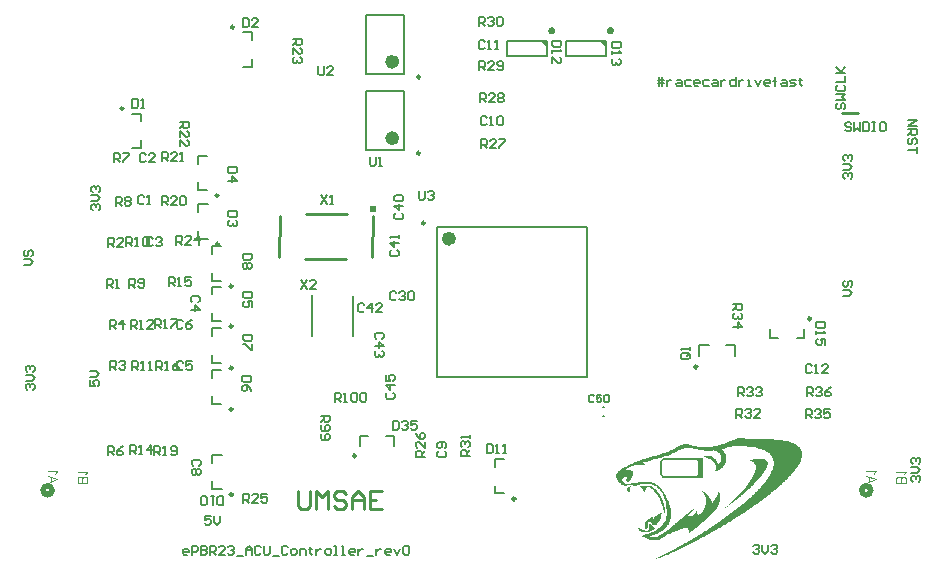
<source format=gto>
G04*
G04 #@! TF.GenerationSoftware,Altium Limited,Altium Designer,22.10.1 (41)*
G04*
G04 Layer_Color=65535*
%FSLAX23Y23*%
%MOIN*%
G70*
G04*
G04 #@! TF.SameCoordinates,FE0D4549-5355-498F-96F3-0299564D4BAC*
G04*
G04*
G04 #@! TF.FilePolarity,Positive*
G04*
G01*
G75*
%ADD10C,0.020*%
%ADD11C,0.010*%
%ADD12C,0.024*%
%ADD13C,0.008*%
%ADD14C,0.008*%
%ADD15C,0.010*%
%ADD16C,0.007*%
%ADD17C,0.003*%
%ADD18C,0.009*%
%ADD19C,0.006*%
%ADD20C,0.007*%
%ADD21R,0.023X0.007*%
%ADD22R,0.018X0.067*%
%ADD23R,0.026X0.007*%
%ADD24R,0.020X0.020*%
G36*
X2298Y4844D02*
X2282Y4864D01*
X2302D01*
X2298Y4844D01*
D02*
G37*
G36*
X2493Y4844D02*
X2477Y4864D01*
X2497D01*
X2493Y4844D01*
D02*
G37*
G36*
X2956Y3540D02*
Y3540D01*
X2961D01*
Y3539D01*
Y3538D01*
X2970D01*
Y3538D01*
Y3537D01*
X3003D01*
Y3538D01*
Y3538D01*
X3049D01*
Y3538D01*
Y3537D01*
X3058D01*
Y3537D01*
Y3536D01*
X3074D01*
Y3536D01*
Y3535D01*
X3082D01*
Y3535D01*
Y3534D01*
X3087D01*
Y3533D01*
Y3533D01*
X3093D01*
Y3532D01*
Y3532D01*
X3098D01*
Y3531D01*
Y3531D01*
X3103D01*
Y3530D01*
Y3530D01*
X3107D01*
Y3529D01*
Y3528D01*
X3110D01*
Y3528D01*
Y3527D01*
X3115D01*
Y3527D01*
Y3526D01*
X3117D01*
Y3526D01*
Y3525D01*
X3120D01*
Y3525D01*
Y3524D01*
X3123D01*
Y3523D01*
Y3523D01*
X3125D01*
Y3522D01*
Y3522D01*
X3127D01*
Y3521D01*
Y3521D01*
X3129D01*
Y3520D01*
Y3520D01*
X3130D01*
Y3519D01*
Y3518D01*
X3133D01*
Y3518D01*
Y3517D01*
X3134D01*
Y3517D01*
Y3516D01*
X3136D01*
Y3516D01*
Y3515D01*
X3137D01*
Y3515D01*
Y3514D01*
X3139D01*
Y3513D01*
Y3513D01*
X3140D01*
Y3512D01*
Y3512D01*
X3142D01*
Y3511D01*
Y3511D01*
X3143D01*
Y3510D01*
Y3510D01*
X3144D01*
Y3509D01*
Y3508D01*
X3145D01*
Y3508D01*
Y3507D01*
Y3507D01*
Y3506D01*
X3146D01*
Y3506D01*
Y3505D01*
X3147D01*
Y3505D01*
Y3504D01*
Y3503D01*
Y3503D01*
X3148D01*
Y3502D01*
Y3502D01*
Y3501D01*
Y3501D01*
X3149D01*
Y3500D01*
Y3500D01*
Y3499D01*
Y3498D01*
X3150D01*
Y3498D01*
Y3497D01*
Y3497D01*
Y3496D01*
Y3496D01*
Y3495D01*
Y3495D01*
Y3494D01*
X3152D01*
Y3493D01*
Y3493D01*
Y3492D01*
Y3492D01*
Y3491D01*
Y3491D01*
Y3490D01*
Y3490D01*
Y3489D01*
Y3488D01*
Y3488D01*
Y3487D01*
Y3487D01*
Y3486D01*
Y3486D01*
Y3485D01*
Y3485D01*
Y3484D01*
Y3483D01*
Y3483D01*
Y3482D01*
Y3482D01*
Y3481D01*
Y3481D01*
Y3480D01*
Y3480D01*
X3150D01*
Y3479D01*
Y3478D01*
Y3478D01*
Y3477D01*
Y3477D01*
Y3476D01*
Y3476D01*
Y3475D01*
Y3475D01*
Y3474D01*
X3149D01*
Y3473D01*
Y3473D01*
Y3472D01*
Y3472D01*
X3148D01*
Y3471D01*
Y3471D01*
Y3470D01*
Y3470D01*
Y3469D01*
Y3469D01*
X3147D01*
Y3468D01*
Y3467D01*
Y3467D01*
Y3466D01*
Y3466D01*
Y3465D01*
X3146D01*
Y3465D01*
Y3464D01*
Y3464D01*
Y3463D01*
X3145D01*
Y3462D01*
Y3462D01*
Y3461D01*
Y3461D01*
X3144D01*
Y3460D01*
Y3460D01*
Y3459D01*
Y3459D01*
X3143D01*
Y3458D01*
Y3457D01*
Y3457D01*
Y3456D01*
X3142D01*
Y3456D01*
Y3455D01*
Y3455D01*
Y3454D01*
X3140D01*
Y3454D01*
Y3453D01*
Y3452D01*
Y3452D01*
X3139D01*
Y3451D01*
Y3451D01*
Y3450D01*
Y3450D01*
X3138D01*
Y3449D01*
Y3449D01*
X3137D01*
Y3448D01*
Y3447D01*
Y3447D01*
Y3446D01*
X3136D01*
Y3446D01*
Y3445D01*
X3135D01*
Y3445D01*
Y3444D01*
Y3444D01*
Y3443D01*
X3134D01*
Y3442D01*
Y3442D01*
X3133D01*
Y3441D01*
Y3441D01*
X3132D01*
Y3440D01*
Y3440D01*
Y3439D01*
Y3439D01*
X3130D01*
Y3438D01*
Y3437D01*
X3129D01*
Y3437D01*
Y3436D01*
Y3436D01*
Y3435D01*
X3128D01*
Y3435D01*
Y3434D01*
X3127D01*
Y3434D01*
Y3433D01*
X3126D01*
Y3432D01*
Y3432D01*
X3125D01*
Y3431D01*
Y3431D01*
Y3430D01*
Y3430D01*
X3124D01*
Y3429D01*
Y3429D01*
X3123D01*
Y3428D01*
Y3427D01*
X3122D01*
Y3427D01*
Y3426D01*
X3120D01*
Y3426D01*
Y3425D01*
X3119D01*
Y3425D01*
Y3424D01*
X3118D01*
Y3424D01*
Y3423D01*
X3117D01*
Y3422D01*
Y3422D01*
Y3421D01*
Y3421D01*
X3116D01*
Y3420D01*
Y3420D01*
X3115D01*
Y3419D01*
Y3419D01*
X3114D01*
Y3418D01*
Y3417D01*
X3113D01*
Y3417D01*
Y3416D01*
X3112D01*
Y3416D01*
Y3415D01*
X3110D01*
Y3415D01*
Y3414D01*
X3109D01*
Y3414D01*
Y3413D01*
X3108D01*
Y3412D01*
Y3412D01*
X3107D01*
Y3411D01*
Y3411D01*
X3106D01*
Y3410D01*
Y3410D01*
X3105D01*
Y3409D01*
Y3409D01*
X3104D01*
Y3408D01*
Y3407D01*
X3103D01*
Y3407D01*
Y3406D01*
X3102D01*
Y3406D01*
Y3405D01*
Y3405D01*
Y3404D01*
X3101D01*
Y3404D01*
Y3403D01*
X3099D01*
Y3402D01*
Y3402D01*
X3098D01*
Y3401D01*
Y3401D01*
X3096D01*
Y3400D01*
Y3400D01*
X3095D01*
Y3399D01*
Y3399D01*
X3094D01*
Y3398D01*
Y3397D01*
X3093D01*
Y3397D01*
Y3396D01*
X3092D01*
Y3396D01*
Y3395D01*
X3091D01*
Y3395D01*
Y3394D01*
X3089D01*
Y3394D01*
Y3393D01*
X3088D01*
Y3393D01*
Y3392D01*
X3087D01*
Y3391D01*
Y3391D01*
X3086D01*
Y3390D01*
Y3390D01*
X3085D01*
Y3389D01*
Y3389D01*
X3084D01*
Y3388D01*
Y3388D01*
X3083D01*
Y3387D01*
Y3386D01*
X3082D01*
Y3386D01*
Y3385D01*
X3081D01*
Y3385D01*
Y3384D01*
X3079D01*
Y3384D01*
Y3383D01*
X3077D01*
Y3383D01*
Y3382D01*
X3076D01*
Y3381D01*
Y3381D01*
X3075D01*
Y3380D01*
Y3380D01*
X3074D01*
Y3379D01*
Y3379D01*
X3073D01*
Y3378D01*
Y3378D01*
X3072D01*
Y3377D01*
Y3376D01*
X3071D01*
Y3376D01*
Y3375D01*
X3069D01*
Y3375D01*
Y3374D01*
X3067D01*
Y3374D01*
Y3373D01*
X3066D01*
Y3373D01*
Y3372D01*
X3065D01*
Y3371D01*
Y3371D01*
X3064D01*
Y3370D01*
Y3370D01*
X3063D01*
Y3369D01*
Y3369D01*
X3061D01*
Y3368D01*
Y3368D01*
X3059D01*
Y3367D01*
Y3366D01*
X3058D01*
Y3366D01*
Y3365D01*
X3056D01*
Y3365D01*
Y3364D01*
X3055D01*
Y3364D01*
Y3363D01*
X3054D01*
Y3363D01*
Y3362D01*
X3053D01*
Y3361D01*
Y3361D01*
X3052D01*
Y3360D01*
Y3360D01*
X3049D01*
Y3359D01*
Y3359D01*
X3048D01*
Y3358D01*
Y3358D01*
X3047D01*
Y3357D01*
Y3356D01*
X3046D01*
Y3356D01*
Y3355D01*
X3044D01*
Y3355D01*
Y3354D01*
X3043D01*
Y3354D01*
Y3353D01*
X3042D01*
Y3353D01*
Y3352D01*
X3041D01*
Y3351D01*
Y3351D01*
X3038D01*
Y3350D01*
Y3350D01*
X3037D01*
Y3349D01*
Y3349D01*
X3035D01*
Y3348D01*
Y3348D01*
X3034D01*
Y3347D01*
Y3346D01*
X3033D01*
Y3346D01*
Y3345D01*
X3032D01*
Y3345D01*
Y3344D01*
X3030D01*
Y3344D01*
Y3343D01*
X3028D01*
Y3343D01*
Y3342D01*
X3027D01*
Y3341D01*
Y3341D01*
X3026D01*
Y3340D01*
Y3340D01*
X3024D01*
Y3339D01*
Y3339D01*
X3022D01*
Y3338D01*
Y3338D01*
X3021D01*
Y3337D01*
Y3336D01*
X3020D01*
Y3336D01*
Y3335D01*
X3018D01*
Y3335D01*
Y3334D01*
X3016D01*
Y3334D01*
Y3333D01*
X3015D01*
Y3333D01*
Y3332D01*
X3014D01*
Y3331D01*
Y3331D01*
X3012D01*
Y3330D01*
Y3330D01*
X3011D01*
Y3329D01*
Y3329D01*
X3010D01*
Y3328D01*
Y3328D01*
X3007D01*
Y3327D01*
Y3326D01*
X3006D01*
Y3326D01*
Y3325D01*
X3004D01*
Y3325D01*
Y3324D01*
X3003D01*
Y3324D01*
Y3323D01*
X3002D01*
Y3323D01*
Y3322D01*
X3000D01*
Y3321D01*
Y3321D01*
X2998D01*
Y3320D01*
Y3320D01*
X2996D01*
Y3319D01*
Y3319D01*
X2995D01*
Y3318D01*
Y3318D01*
X2993D01*
Y3317D01*
Y3317D01*
X2992D01*
Y3316D01*
Y3315D01*
X2991D01*
Y3315D01*
Y3314D01*
X2988D01*
Y3314D01*
Y3313D01*
X2987D01*
Y3313D01*
Y3312D01*
X2985D01*
Y3312D01*
Y3311D01*
X2984D01*
Y3310D01*
Y3310D01*
X2983D01*
Y3309D01*
Y3309D01*
X2981D01*
Y3308D01*
Y3308D01*
X2980D01*
Y3307D01*
Y3307D01*
X2977D01*
Y3306D01*
Y3305D01*
X2976D01*
Y3305D01*
Y3304D01*
X2974D01*
Y3304D01*
Y3303D01*
X2973D01*
Y3303D01*
Y3302D01*
X2971D01*
Y3302D01*
Y3301D01*
X2970D01*
Y3300D01*
Y3300D01*
X2967D01*
Y3299D01*
Y3299D01*
X2966D01*
Y3298D01*
Y3298D01*
X2964D01*
Y3297D01*
Y3297D01*
X2963D01*
Y3296D01*
Y3295D01*
X2961D01*
Y3295D01*
Y3294D01*
X2960D01*
Y3294D01*
Y3293D01*
X2957D01*
Y3293D01*
Y3292D01*
X2956D01*
Y3292D01*
Y3291D01*
X2954D01*
Y3290D01*
Y3290D01*
X2953D01*
Y3289D01*
Y3289D01*
X2951D01*
Y3288D01*
Y3288D01*
X2950D01*
Y3287D01*
Y3287D01*
X2947D01*
Y3286D01*
Y3285D01*
X2946D01*
Y3285D01*
Y3284D01*
X2944D01*
Y3284D01*
Y3283D01*
X2943D01*
Y3283D01*
Y3282D01*
X2941D01*
Y3282D01*
Y3281D01*
X2939D01*
Y3280D01*
Y3280D01*
X2937D01*
Y3279D01*
Y3279D01*
X2936D01*
Y3278D01*
Y3278D01*
X2934D01*
Y3277D01*
Y3277D01*
X2932D01*
Y3276D01*
Y3275D01*
X2931D01*
Y3275D01*
Y3274D01*
X2929D01*
Y3274D01*
Y3273D01*
X2926D01*
Y3273D01*
Y3272D01*
X2925D01*
Y3272D01*
Y3271D01*
X2923D01*
Y3270D01*
Y3270D01*
X2922D01*
Y3269D01*
Y3269D01*
X2920D01*
Y3268D01*
Y3268D01*
X2919D01*
Y3267D01*
Y3267D01*
X2916D01*
Y3266D01*
Y3265D01*
X2914D01*
Y3265D01*
Y3264D01*
X2913D01*
Y3264D01*
Y3263D01*
X2911D01*
Y3263D01*
Y3262D01*
X2909D01*
Y3262D01*
Y3261D01*
X2907D01*
Y3260D01*
Y3260D01*
X2905D01*
Y3259D01*
Y3259D01*
X2904D01*
Y3258D01*
Y3258D01*
X2902D01*
Y3257D01*
Y3257D01*
X2900D01*
Y3256D01*
Y3255D01*
X2899D01*
Y3255D01*
Y3254D01*
X2896D01*
Y3254D01*
Y3253D01*
X2894D01*
Y3253D01*
Y3252D01*
X2892D01*
Y3252D01*
Y3251D01*
X2891D01*
Y3250D01*
Y3250D01*
X2889D01*
Y3249D01*
Y3249D01*
X2887D01*
Y3248D01*
Y3248D01*
X2885D01*
Y3247D01*
Y3247D01*
X2883D01*
Y3246D01*
Y3245D01*
X2881D01*
Y3245D01*
Y3244D01*
X2880D01*
Y3244D01*
Y3243D01*
X2878D01*
Y3243D01*
Y3242D01*
X2875D01*
Y3242D01*
Y3241D01*
X2874D01*
Y3241D01*
Y3240D01*
X2872D01*
Y3239D01*
Y3239D01*
X2870D01*
Y3238D01*
Y3238D01*
X2868D01*
Y3237D01*
Y3237D01*
X2866D01*
Y3236D01*
Y3236D01*
X2864D01*
Y3235D01*
Y3234D01*
X2862D01*
Y3234D01*
Y3233D01*
X2861D01*
Y3233D01*
Y3232D01*
X2859D01*
Y3232D01*
Y3231D01*
X2855D01*
Y3231D01*
Y3230D01*
X2854D01*
Y3229D01*
Y3229D01*
X2852D01*
Y3228D01*
Y3228D01*
X2851D01*
Y3227D01*
Y3227D01*
X2849D01*
Y3226D01*
Y3226D01*
X2846D01*
Y3225D01*
Y3224D01*
X2844D01*
Y3224D01*
Y3223D01*
X2842D01*
Y3223D01*
Y3222D01*
X2841D01*
Y3222D01*
Y3221D01*
X2839D01*
Y3221D01*
Y3220D01*
X2836D01*
Y3219D01*
Y3219D01*
X2834D01*
Y3218D01*
Y3218D01*
X2832D01*
Y3217D01*
Y3217D01*
X2830D01*
Y3216D01*
Y3216D01*
X2828D01*
Y3215D01*
Y3214D01*
X2826D01*
Y3214D01*
Y3213D01*
X2824D01*
Y3213D01*
Y3212D01*
X2822D01*
Y3212D01*
Y3211D01*
X2820D01*
Y3211D01*
Y3210D01*
X2819D01*
Y3209D01*
Y3209D01*
X2816D01*
Y3208D01*
Y3208D01*
X2814D01*
Y3207D01*
Y3207D01*
X2812D01*
Y3206D01*
Y3206D01*
X2810D01*
Y3205D01*
Y3204D01*
X2808D01*
Y3204D01*
Y3203D01*
X2805D01*
Y3203D01*
Y3202D01*
X2803D01*
Y3202D01*
Y3201D01*
X2802D01*
Y3201D01*
Y3200D01*
X2800D01*
Y3199D01*
Y3199D01*
X2798D01*
Y3198D01*
Y3198D01*
X2795D01*
Y3197D01*
Y3197D01*
X2793D01*
Y3196D01*
Y3196D01*
X2791D01*
Y3195D01*
Y3194D01*
X2789D01*
Y3194D01*
Y3193D01*
X2787D01*
Y3193D01*
Y3192D01*
X2784D01*
Y3192D01*
Y3191D01*
X2782D01*
Y3191D01*
Y3190D01*
X2780D01*
Y3189D01*
Y3189D01*
X2778D01*
Y3188D01*
Y3188D01*
X2775D01*
Y3187D01*
Y3187D01*
X2773D01*
Y3186D01*
Y3186D01*
X2771D01*
Y3185D01*
Y3184D01*
X2769D01*
Y3184D01*
Y3183D01*
X2767D01*
Y3183D01*
Y3182D01*
X2764D01*
Y3182D01*
Y3181D01*
X2762D01*
Y3181D01*
Y3180D01*
X2760D01*
Y3179D01*
Y3179D01*
X2758D01*
Y3178D01*
Y3178D01*
X2755D01*
Y3177D01*
Y3177D01*
X2753D01*
Y3176D01*
Y3176D01*
X2751D01*
Y3175D01*
Y3174D01*
X2749D01*
Y3174D01*
Y3173D01*
X2747D01*
Y3173D01*
Y3172D01*
X2744D01*
Y3172D01*
Y3171D01*
X2742D01*
Y3171D01*
Y3170D01*
X2740D01*
Y3169D01*
Y3169D01*
X2738D01*
Y3168D01*
Y3168D01*
X2735D01*
Y3167D01*
Y3167D01*
X2733D01*
Y3166D01*
Y3166D01*
X2730D01*
Y3165D01*
Y3165D01*
X2728D01*
Y3164D01*
Y3163D01*
X2726D01*
Y3163D01*
Y3162D01*
X2723D01*
Y3162D01*
Y3161D01*
X2721D01*
Y3161D01*
Y3160D01*
X2718D01*
Y3160D01*
Y3159D01*
X2716D01*
Y3158D01*
Y3158D01*
X2712D01*
Y3157D01*
Y3157D01*
X2710D01*
Y3156D01*
Y3156D01*
X2708D01*
Y3155D01*
Y3155D01*
X2706D01*
Y3154D01*
Y3153D01*
X2702D01*
Y3153D01*
Y3152D01*
X2700D01*
Y3152D01*
Y3151D01*
X2698D01*
Y3151D01*
Y3150D01*
X2694D01*
Y3150D01*
Y3149D01*
X2691D01*
Y3148D01*
Y3148D01*
X2689D01*
Y3147D01*
Y3147D01*
X2687D01*
Y3146D01*
Y3146D01*
X2683D01*
Y3145D01*
Y3145D01*
X2680D01*
Y3144D01*
Y3143D01*
X2678D01*
Y3143D01*
Y3142D01*
X2676D01*
Y3142D01*
Y3141D01*
X2671D01*
Y3141D01*
Y3140D01*
X2668D01*
Y3140D01*
Y3139D01*
X2666D01*
Y3138D01*
Y3138D01*
X2662D01*
Y3137D01*
Y3137D01*
X2659D01*
Y3137D01*
Y3138D01*
X2661D01*
Y3138D01*
Y3139D01*
X2663D01*
Y3140D01*
Y3140D01*
X2666D01*
Y3141D01*
Y3141D01*
X2668D01*
Y3142D01*
Y3142D01*
X2670D01*
Y3143D01*
Y3143D01*
X2672D01*
Y3144D01*
Y3145D01*
X2674D01*
Y3145D01*
Y3146D01*
X2677D01*
Y3146D01*
Y3147D01*
X2679D01*
Y3147D01*
Y3148D01*
X2681D01*
Y3148D01*
Y3149D01*
X2683D01*
Y3150D01*
Y3150D01*
X2686D01*
Y3151D01*
Y3151D01*
X2688D01*
Y3152D01*
Y3152D01*
X2690D01*
Y3153D01*
Y3153D01*
X2692D01*
Y3154D01*
Y3155D01*
X2694D01*
Y3155D01*
Y3156D01*
X2697D01*
Y3156D01*
Y3157D01*
X2699D01*
Y3157D01*
Y3158D01*
X2701D01*
Y3158D01*
Y3159D01*
X2703D01*
Y3160D01*
Y3160D01*
X2706D01*
Y3161D01*
Y3161D01*
X2708D01*
Y3162D01*
Y3162D01*
X2710D01*
Y3163D01*
Y3163D01*
X2712D01*
Y3164D01*
Y3165D01*
X2714D01*
Y3165D01*
Y3166D01*
X2717D01*
Y3166D01*
Y3167D01*
X2719D01*
Y3167D01*
Y3168D01*
X2721D01*
Y3168D01*
Y3169D01*
X2723D01*
Y3169D01*
Y3170D01*
X2726D01*
Y3171D01*
Y3171D01*
X2727D01*
Y3172D01*
Y3172D01*
X2729D01*
Y3173D01*
Y3173D01*
X2731D01*
Y3174D01*
Y3174D01*
X2733D01*
Y3175D01*
Y3176D01*
X2735D01*
Y3176D01*
Y3177D01*
X2738D01*
Y3177D01*
Y3178D01*
X2740D01*
Y3178D01*
Y3179D01*
X2742D01*
Y3179D01*
Y3180D01*
X2743D01*
Y3181D01*
Y3181D01*
X2745D01*
Y3182D01*
Y3182D01*
X2748D01*
Y3183D01*
Y3183D01*
X2749D01*
Y3184D01*
Y3184D01*
X2751D01*
Y3185D01*
Y3186D01*
X2753D01*
Y3186D01*
Y3187D01*
X2755D01*
Y3187D01*
Y3188D01*
X2758D01*
Y3188D01*
Y3189D01*
X2759D01*
Y3189D01*
Y3190D01*
X2761D01*
Y3191D01*
Y3191D01*
X2763D01*
Y3192D01*
Y3192D01*
X2765D01*
Y3193D01*
Y3193D01*
X2768D01*
Y3194D01*
Y3194D01*
X2769D01*
Y3195D01*
Y3196D01*
X2771D01*
Y3196D01*
Y3197D01*
X2773D01*
Y3197D01*
Y3198D01*
X2774D01*
Y3198D01*
Y3199D01*
X2777D01*
Y3199D01*
Y3200D01*
X2779D01*
Y3201D01*
Y3201D01*
X2781D01*
Y3202D01*
Y3202D01*
X2782D01*
Y3203D01*
Y3203D01*
X2784D01*
Y3204D01*
Y3204D01*
X2787D01*
Y3205D01*
Y3206D01*
X2788D01*
Y3206D01*
Y3207D01*
X2790D01*
Y3207D01*
Y3208D01*
X2792D01*
Y3208D01*
Y3209D01*
X2793D01*
Y3209D01*
Y3210D01*
X2795D01*
Y3211D01*
Y3211D01*
X2797D01*
Y3212D01*
Y3212D01*
X2799D01*
Y3213D01*
Y3213D01*
X2801D01*
Y3214D01*
Y3214D01*
X2802D01*
Y3215D01*
Y3216D01*
X2804D01*
Y3216D01*
Y3217D01*
X2806D01*
Y3217D01*
Y3218D01*
X2809D01*
Y3218D01*
Y3219D01*
X2810D01*
Y3219D01*
Y3220D01*
X2812D01*
Y3221D01*
Y3221D01*
X2813D01*
Y3222D01*
Y3222D01*
X2815D01*
Y3223D01*
Y3223D01*
X2816D01*
Y3224D01*
Y3224D01*
X2819D01*
Y3225D01*
Y3226D01*
X2821D01*
Y3226D01*
Y3227D01*
X2822D01*
Y3227D01*
Y3228D01*
X2824D01*
Y3228D01*
Y3229D01*
X2825D01*
Y3229D01*
Y3230D01*
X2828D01*
Y3231D01*
Y3231D01*
X2830D01*
Y3232D01*
Y3232D01*
X2831D01*
Y3233D01*
Y3233D01*
X2833D01*
Y3234D01*
Y3234D01*
X2834D01*
Y3235D01*
Y3236D01*
X2836D01*
Y3236D01*
Y3237D01*
X2838D01*
Y3237D01*
Y3238D01*
X2840D01*
Y3238D01*
Y3239D01*
X2841D01*
Y3239D01*
Y3240D01*
X2843D01*
Y3241D01*
Y3241D01*
X2844D01*
Y3242D01*
Y3242D01*
X2846D01*
Y3243D01*
Y3243D01*
X2848D01*
Y3244D01*
Y3244D01*
X2850D01*
Y3245D01*
Y3245D01*
X2851D01*
Y3246D01*
Y3247D01*
X2853D01*
Y3247D01*
Y3248D01*
X2854D01*
Y3248D01*
Y3249D01*
X2856D01*
Y3249D01*
Y3250D01*
X2858D01*
Y3250D01*
Y3251D01*
X2860D01*
Y3252D01*
Y3252D01*
X2861D01*
Y3253D01*
Y3253D01*
X2862D01*
Y3254D01*
Y3254D01*
X2864D01*
Y3255D01*
Y3255D01*
X2866D01*
Y3256D01*
Y3257D01*
X2868D01*
Y3257D01*
Y3258D01*
X2870D01*
Y3258D01*
Y3259D01*
X2871D01*
Y3259D01*
Y3260D01*
X2872D01*
Y3260D01*
Y3261D01*
X2874D01*
Y3262D01*
Y3262D01*
X2875D01*
Y3263D01*
Y3263D01*
X2878D01*
Y3264D01*
Y3264D01*
X2879D01*
Y3265D01*
Y3265D01*
X2881D01*
Y3266D01*
Y3267D01*
X2882D01*
Y3267D01*
Y3268D01*
X2883D01*
Y3268D01*
Y3269D01*
X2885D01*
Y3269D01*
Y3270D01*
X2886D01*
Y3270D01*
Y3271D01*
X2887D01*
Y3272D01*
Y3272D01*
X2890D01*
Y3273D01*
Y3273D01*
X2892D01*
Y3274D01*
Y3274D01*
X2893D01*
Y3275D01*
Y3275D01*
X2894D01*
Y3276D01*
Y3277D01*
X2895D01*
Y3277D01*
Y3278D01*
X2897D01*
Y3278D01*
Y3279D01*
X2899D01*
Y3279D01*
Y3280D01*
X2900D01*
Y3280D01*
Y3281D01*
X2902D01*
Y3282D01*
Y3282D01*
X2903D01*
Y3283D01*
Y3283D01*
X2905D01*
Y3284D01*
Y3284D01*
X2906D01*
Y3285D01*
Y3285D01*
X2907D01*
Y3286D01*
Y3287D01*
X2910D01*
Y3287D01*
Y3288D01*
X2911D01*
Y3288D01*
Y3289D01*
X2912D01*
Y3289D01*
Y3290D01*
X2914D01*
Y3290D01*
Y3291D01*
X2915D01*
Y3292D01*
Y3292D01*
X2916D01*
Y3293D01*
Y3293D01*
X2919D01*
Y3294D01*
Y3294D01*
X2920D01*
Y3295D01*
Y3295D01*
X2921D01*
Y3296D01*
Y3297D01*
X2923D01*
Y3297D01*
Y3298D01*
X2924D01*
Y3298D01*
Y3299D01*
X2925D01*
Y3299D01*
Y3300D01*
X2927D01*
Y3300D01*
Y3301D01*
X2929D01*
Y3302D01*
Y3302D01*
X2930D01*
Y3303D01*
Y3303D01*
X2931D01*
Y3304D01*
Y3304D01*
X2933D01*
Y3305D01*
Y3305D01*
X2934D01*
Y3306D01*
Y3307D01*
X2935D01*
Y3307D01*
Y3308D01*
X2937D01*
Y3308D01*
Y3309D01*
X2939D01*
Y3309D01*
Y3310D01*
X2940D01*
Y3310D01*
Y3311D01*
X2942D01*
Y3312D01*
Y3312D01*
X2943D01*
Y3313D01*
Y3313D01*
X2944D01*
Y3314D01*
Y3314D01*
X2945D01*
Y3315D01*
Y3315D01*
X2946D01*
Y3316D01*
Y3317D01*
X2949D01*
Y3317D01*
Y3318D01*
X2950D01*
Y3318D01*
Y3319D01*
X2951D01*
Y3319D01*
Y3320D01*
X2952D01*
Y3320D01*
Y3321D01*
X2953D01*
Y3321D01*
Y3322D01*
X2955D01*
Y3323D01*
Y3323D01*
X2956D01*
Y3324D01*
Y3324D01*
X2958D01*
Y3325D01*
Y3325D01*
X2960D01*
Y3326D01*
Y3326D01*
X2961D01*
Y3327D01*
Y3328D01*
X2962D01*
Y3328D01*
Y3329D01*
X2963D01*
Y3329D01*
Y3330D01*
X2964D01*
Y3330D01*
Y3331D01*
X2965D01*
Y3331D01*
Y3332D01*
X2967D01*
Y3333D01*
Y3333D01*
X2968D01*
Y3334D01*
Y3334D01*
X2970D01*
Y3335D01*
Y3335D01*
X2971D01*
Y3336D01*
Y3336D01*
X2972D01*
Y3337D01*
Y3338D01*
X2973D01*
Y3338D01*
Y3339D01*
X2974D01*
Y3339D01*
Y3340D01*
X2975D01*
Y3340D01*
Y3341D01*
X2976D01*
Y3341D01*
Y3342D01*
X2978D01*
Y3343D01*
Y3343D01*
X2980D01*
Y3344D01*
Y3344D01*
X2981D01*
Y3345D01*
Y3345D01*
X2982D01*
Y3346D01*
Y3346D01*
X2983D01*
Y3347D01*
Y3348D01*
X2984D01*
Y3348D01*
Y3349D01*
X2985D01*
Y3349D01*
Y3350D01*
X2986D01*
Y3350D01*
Y3351D01*
X2988D01*
Y3351D01*
Y3352D01*
Y3353D01*
Y3353D01*
X2990D01*
Y3354D01*
Y3354D01*
X2991D01*
Y3355D01*
Y3355D01*
X2993D01*
Y3356D01*
Y3356D01*
Y3357D01*
Y3358D01*
X2994D01*
Y3358D01*
Y3359D01*
X2995D01*
Y3359D01*
Y3360D01*
X2996D01*
Y3360D01*
Y3361D01*
X2997D01*
Y3361D01*
Y3362D01*
X2998D01*
Y3363D01*
Y3363D01*
X3001D01*
Y3364D01*
Y3364D01*
Y3365D01*
Y3365D01*
X3002D01*
Y3366D01*
Y3366D01*
X3004D01*
Y3367D01*
Y3368D01*
Y3368D01*
Y3369D01*
X3005D01*
Y3369D01*
Y3370D01*
X3006D01*
Y3370D01*
Y3371D01*
X3007D01*
Y3371D01*
Y3372D01*
X3008D01*
Y3373D01*
Y3373D01*
X3010D01*
Y3374D01*
Y3374D01*
X3011D01*
Y3375D01*
Y3375D01*
X3012D01*
Y3376D01*
Y3376D01*
X3013D01*
Y3377D01*
Y3378D01*
Y3378D01*
Y3379D01*
X3014D01*
Y3379D01*
Y3380D01*
X3015D01*
Y3380D01*
Y3381D01*
X3016D01*
Y3381D01*
Y3382D01*
X3017D01*
Y3383D01*
Y3383D01*
X3018D01*
Y3384D01*
Y3384D01*
X3020D01*
Y3385D01*
Y3385D01*
X3021D01*
Y3386D01*
Y3386D01*
X3022D01*
Y3387D01*
Y3388D01*
Y3388D01*
Y3389D01*
X3023D01*
Y3389D01*
Y3390D01*
X3024D01*
Y3390D01*
Y3391D01*
X3025D01*
Y3391D01*
Y3392D01*
X3026D01*
Y3393D01*
Y3393D01*
X3027D01*
Y3394D01*
Y3394D01*
Y3395D01*
Y3395D01*
X3028D01*
Y3396D01*
Y3396D01*
X3030D01*
Y3397D01*
Y3397D01*
Y3398D01*
Y3399D01*
X3031D01*
Y3399D01*
Y3400D01*
X3032D01*
Y3400D01*
Y3401D01*
X3033D01*
Y3401D01*
Y3402D01*
X3034D01*
Y3402D01*
Y3403D01*
Y3404D01*
Y3404D01*
X3035D01*
Y3405D01*
Y3405D01*
X3036D01*
Y3406D01*
Y3406D01*
Y3407D01*
Y3407D01*
X3037D01*
Y3408D01*
Y3409D01*
X3038D01*
Y3409D01*
Y3410D01*
X3039D01*
Y3410D01*
Y3411D01*
Y3411D01*
Y3412D01*
X3041D01*
Y3412D01*
Y3413D01*
Y3414D01*
Y3414D01*
X3042D01*
Y3415D01*
Y3415D01*
X3043D01*
Y3416D01*
Y3416D01*
Y3417D01*
Y3417D01*
X3044D01*
Y3418D01*
Y3419D01*
Y3419D01*
Y3420D01*
X3045D01*
Y3420D01*
Y3421D01*
Y3421D01*
Y3422D01*
X3046D01*
Y3422D01*
Y3423D01*
Y3424D01*
Y3424D01*
X3047D01*
Y3425D01*
Y3425D01*
Y3426D01*
Y3426D01*
X3048D01*
Y3427D01*
Y3427D01*
Y3428D01*
Y3429D01*
X3049D01*
Y3429D01*
Y3430D01*
Y3430D01*
Y3431D01*
X3051D01*
Y3431D01*
Y3432D01*
Y3432D01*
Y3433D01*
X3052D01*
Y3434D01*
Y3434D01*
Y3435D01*
Y3435D01*
Y3436D01*
Y3436D01*
X3053D01*
Y3437D01*
Y3437D01*
Y3438D01*
Y3439D01*
X3054D01*
Y3439D01*
Y3440D01*
Y3440D01*
Y3441D01*
Y3441D01*
Y3442D01*
Y3442D01*
Y3443D01*
X3055D01*
Y3444D01*
Y3444D01*
Y3445D01*
Y3445D01*
Y3446D01*
Y3446D01*
Y3447D01*
Y3447D01*
Y3448D01*
Y3449D01*
X3056D01*
Y3449D01*
Y3450D01*
Y3450D01*
Y3451D01*
Y3451D01*
Y3452D01*
Y3452D01*
Y3453D01*
Y3454D01*
Y3454D01*
Y3455D01*
Y3455D01*
Y3456D01*
Y3456D01*
Y3457D01*
Y3457D01*
Y3458D01*
Y3459D01*
Y3459D01*
Y3460D01*
Y3460D01*
Y3461D01*
Y3461D01*
Y3462D01*
Y3462D01*
Y3463D01*
Y3464D01*
Y3464D01*
Y3465D01*
Y3465D01*
Y3466D01*
Y3466D01*
X3055D01*
Y3467D01*
Y3467D01*
Y3468D01*
Y3469D01*
Y3469D01*
Y3470D01*
Y3470D01*
Y3471D01*
Y3471D01*
Y3472D01*
X3054D01*
Y3472D01*
Y3473D01*
Y3473D01*
Y3474D01*
X3053D01*
Y3475D01*
Y3475D01*
Y3476D01*
Y3476D01*
X3052D01*
Y3477D01*
Y3477D01*
Y3478D01*
Y3478D01*
X3051D01*
Y3479D01*
Y3480D01*
Y3480D01*
Y3481D01*
X3049D01*
Y3481D01*
Y3482D01*
X3048D01*
Y3482D01*
Y3483D01*
Y3483D01*
Y3484D01*
X3047D01*
Y3485D01*
Y3485D01*
X3046D01*
Y3486D01*
Y3486D01*
X3045D01*
Y3487D01*
Y3487D01*
X3044D01*
Y3488D01*
Y3488D01*
X3043D01*
Y3489D01*
Y3490D01*
X3041D01*
Y3490D01*
Y3491D01*
X3039D01*
Y3491D01*
Y3492D01*
X3038D01*
Y3492D01*
Y3493D01*
X3037D01*
Y3493D01*
Y3494D01*
X3035D01*
Y3495D01*
Y3495D01*
X3033D01*
Y3496D01*
Y3496D01*
X3031D01*
Y3497D01*
Y3497D01*
X3030D01*
Y3498D01*
Y3498D01*
X3026D01*
Y3499D01*
Y3500D01*
X3024D01*
Y3500D01*
Y3501D01*
X3022D01*
Y3501D01*
Y3502D01*
X3018D01*
Y3502D01*
Y3503D01*
X3016D01*
Y3503D01*
Y3504D01*
X3013D01*
Y3505D01*
Y3505D01*
X3008D01*
Y3506D01*
Y3506D01*
X3004D01*
Y3507D01*
Y3507D01*
X3001D01*
Y3508D01*
Y3508D01*
X2996D01*
Y3509D01*
Y3510D01*
X2988D01*
Y3510D01*
Y3511D01*
X2984D01*
Y3511D01*
Y3512D01*
X2974D01*
Y3512D01*
Y3513D01*
X2967D01*
Y3513D01*
Y3514D01*
X2961D01*
Y3515D01*
Y3515D01*
X2957D01*
Y3516D01*
Y3516D01*
X2927D01*
Y3516D01*
Y3515D01*
X2923D01*
Y3515D01*
Y3514D01*
X2917D01*
Y3513D01*
Y3513D01*
X2913D01*
Y3512D01*
Y3512D01*
X2909D01*
Y3511D01*
Y3511D01*
X2905D01*
Y3510D01*
Y3510D01*
X2901D01*
Y3509D01*
Y3508D01*
X2896D01*
Y3508D01*
Y3507D01*
X2894D01*
Y3507D01*
Y3506D01*
X2890D01*
Y3506D01*
Y3505D01*
X2885D01*
Y3505D01*
Y3504D01*
X2883D01*
Y3503D01*
Y3503D01*
Y3502D01*
Y3502D01*
X2885D01*
Y3501D01*
Y3501D01*
X2886D01*
Y3500D01*
Y3500D01*
X2887D01*
Y3499D01*
Y3498D01*
X2889D01*
Y3498D01*
Y3497D01*
X2890D01*
Y3497D01*
Y3496D01*
X2891D01*
Y3496D01*
Y3495D01*
X2892D01*
Y3495D01*
Y3494D01*
Y3493D01*
Y3493D01*
X2893D01*
Y3492D01*
Y3492D01*
X2894D01*
Y3491D01*
Y3491D01*
Y3490D01*
Y3490D01*
X2895D01*
Y3489D01*
Y3488D01*
X2896D01*
Y3488D01*
Y3487D01*
Y3487D01*
Y3486D01*
X2897D01*
Y3486D01*
Y3485D01*
Y3485D01*
Y3484D01*
Y3483D01*
Y3483D01*
Y3482D01*
Y3482D01*
X2899D01*
Y3481D01*
Y3481D01*
Y3480D01*
Y3480D01*
Y3479D01*
Y3478D01*
Y3478D01*
Y3477D01*
Y3477D01*
Y3476D01*
Y3476D01*
Y3475D01*
Y3475D01*
Y3474D01*
Y3473D01*
Y3473D01*
Y3472D01*
Y3472D01*
Y3471D01*
Y3471D01*
Y3470D01*
Y3470D01*
Y3469D01*
Y3469D01*
Y3468D01*
Y3467D01*
Y3467D01*
Y3466D01*
X2897D01*
Y3466D01*
Y3465D01*
Y3465D01*
Y3464D01*
Y3464D01*
Y3463D01*
Y3462D01*
Y3462D01*
X2896D01*
Y3461D01*
Y3461D01*
Y3460D01*
Y3460D01*
Y3459D01*
Y3459D01*
X2895D01*
Y3458D01*
Y3457D01*
Y3457D01*
Y3456D01*
X2894D01*
Y3456D01*
Y3455D01*
Y3455D01*
Y3454D01*
X2893D01*
Y3454D01*
Y3453D01*
Y3452D01*
Y3452D01*
X2892D01*
Y3451D01*
Y3451D01*
X2891D01*
Y3450D01*
Y3450D01*
Y3449D01*
Y3449D01*
X2890D01*
Y3448D01*
Y3447D01*
X2889D01*
Y3447D01*
Y3446D01*
Y3446D01*
Y3445D01*
X2887D01*
Y3445D01*
Y3444D01*
X2886D01*
Y3444D01*
Y3443D01*
X2885D01*
Y3442D01*
Y3442D01*
X2884D01*
Y3441D01*
Y3441D01*
X2882D01*
Y3440D01*
Y3440D01*
X2881D01*
Y3439D01*
Y3439D01*
X2879D01*
Y3438D01*
Y3437D01*
X2878D01*
Y3437D01*
Y3436D01*
X2876D01*
Y3436D01*
Y3435D01*
X2874D01*
Y3435D01*
Y3434D01*
X2872D01*
Y3434D01*
Y3433D01*
X2869D01*
Y3432D01*
Y3432D01*
X2865D01*
Y3431D01*
Y3431D01*
X2862D01*
Y3431D01*
Y3432D01*
Y3432D01*
Y3433D01*
Y3434D01*
Y3434D01*
Y3435D01*
Y3435D01*
X2863D01*
Y3436D01*
Y3436D01*
Y3437D01*
Y3437D01*
Y3438D01*
Y3439D01*
Y3439D01*
Y3440D01*
Y3440D01*
Y3441D01*
Y3441D01*
Y3442D01*
Y3442D01*
Y3443D01*
Y3444D01*
Y3444D01*
Y3445D01*
Y3445D01*
Y3446D01*
Y3446D01*
Y3447D01*
Y3447D01*
Y3448D01*
Y3449D01*
Y3449D01*
Y3450D01*
Y3450D01*
Y3451D01*
X2862D01*
Y3451D01*
Y3452D01*
Y3452D01*
Y3453D01*
Y3454D01*
Y3454D01*
X2861D01*
Y3455D01*
Y3455D01*
Y3456D01*
Y3456D01*
X2860D01*
Y3457D01*
Y3457D01*
Y3458D01*
Y3459D01*
X2859D01*
Y3459D01*
Y3460D01*
Y3460D01*
Y3461D01*
X2858D01*
Y3461D01*
Y3462D01*
X2856D01*
Y3462D01*
Y3463D01*
X2855D01*
Y3464D01*
Y3464D01*
X2854D01*
Y3465D01*
Y3465D01*
X2852D01*
Y3466D01*
Y3466D01*
X2850D01*
Y3467D01*
Y3467D01*
X2849D01*
Y3468D01*
Y3469D01*
X2846D01*
Y3469D01*
Y3470D01*
X2844D01*
Y3470D01*
Y3471D01*
X2842D01*
Y3471D01*
Y3472D01*
X2840D01*
Y3472D01*
Y3473D01*
X2838D01*
Y3473D01*
Y3474D01*
X2834D01*
Y3475D01*
Y3475D01*
X2832D01*
Y3476D01*
Y3476D01*
X2830D01*
Y3477D01*
Y3477D01*
X2826D01*
Y3478D01*
Y3478D01*
X2825D01*
Y3479D01*
Y3480D01*
X2828D01*
Y3480D01*
Y3481D01*
X2830D01*
Y3481D01*
Y3482D01*
X2836D01*
Y3482D01*
Y3483D01*
X2840D01*
Y3482D01*
Y3482D01*
X2846D01*
Y3481D01*
Y3481D01*
X2850D01*
Y3480D01*
Y3480D01*
X2851D01*
Y3479D01*
Y3478D01*
X2853D01*
Y3478D01*
Y3477D01*
X2855D01*
Y3477D01*
Y3476D01*
X2856D01*
Y3476D01*
Y3475D01*
X2858D01*
Y3475D01*
Y3474D01*
X2859D01*
Y3473D01*
Y3473D01*
X2860D01*
Y3472D01*
Y3472D01*
X2861D01*
Y3471D01*
Y3471D01*
X2862D01*
Y3470D01*
Y3470D01*
X2863D01*
Y3469D01*
Y3469D01*
Y3468D01*
Y3467D01*
X2864D01*
Y3467D01*
Y3466D01*
X2865D01*
Y3466D01*
Y3465D01*
Y3465D01*
Y3464D01*
X2866D01*
Y3464D01*
Y3463D01*
Y3462D01*
Y3462D01*
X2868D01*
Y3461D01*
Y3461D01*
Y3460D01*
Y3460D01*
X2869D01*
Y3459D01*
Y3459D01*
Y3458D01*
Y3457D01*
X2870D01*
Y3457D01*
Y3456D01*
Y3456D01*
Y3455D01*
X2871D01*
Y3455D01*
Y3454D01*
X2873D01*
Y3455D01*
Y3455D01*
X2874D01*
Y3456D01*
Y3456D01*
X2875D01*
Y3457D01*
Y3457D01*
X2876D01*
Y3458D01*
Y3459D01*
Y3459D01*
Y3460D01*
X2878D01*
Y3460D01*
Y3461D01*
X2879D01*
Y3461D01*
Y3462D01*
Y3462D01*
Y3463D01*
X2880D01*
Y3464D01*
Y3464D01*
Y3465D01*
Y3465D01*
X2881D01*
Y3466D01*
Y3466D01*
Y3467D01*
Y3467D01*
Y3468D01*
Y3469D01*
Y3469D01*
Y3470D01*
X2882D01*
Y3470D01*
Y3471D01*
Y3471D01*
Y3472D01*
Y3472D01*
Y3473D01*
Y3473D01*
Y3474D01*
Y3475D01*
Y3475D01*
Y3476D01*
Y3476D01*
Y3477D01*
Y3477D01*
Y3478D01*
Y3478D01*
X2881D01*
Y3479D01*
Y3480D01*
Y3480D01*
Y3481D01*
Y3481D01*
Y3482D01*
X2880D01*
Y3482D01*
Y3483D01*
Y3483D01*
Y3484D01*
X2879D01*
Y3485D01*
Y3485D01*
Y3486D01*
Y3486D01*
X2878D01*
Y3487D01*
Y3487D01*
Y3488D01*
Y3488D01*
X2876D01*
Y3489D01*
Y3490D01*
X2875D01*
Y3490D01*
Y3491D01*
X2874D01*
Y3491D01*
Y3492D01*
X2873D01*
Y3492D01*
Y3493D01*
X2872D01*
Y3493D01*
Y3494D01*
X2871D01*
Y3495D01*
Y3495D01*
X2869D01*
Y3496D01*
Y3496D01*
X2866D01*
Y3497D01*
Y3497D01*
X2864D01*
Y3498D01*
Y3498D01*
X2859D01*
Y3499D01*
Y3500D01*
X2853D01*
Y3499D01*
Y3498D01*
X2823D01*
Y3499D01*
Y3500D01*
X2820D01*
Y3500D01*
Y3501D01*
X2814D01*
Y3501D01*
Y3502D01*
X2809D01*
Y3502D01*
Y3503D01*
X2805D01*
Y3503D01*
Y3504D01*
X2801D01*
Y3505D01*
Y3505D01*
X2795D01*
Y3506D01*
Y3506D01*
X2789D01*
Y3507D01*
Y3507D01*
X2783D01*
Y3508D01*
Y3508D01*
X2763D01*
Y3508D01*
Y3507D01*
X2758D01*
Y3507D01*
Y3506D01*
X2753D01*
Y3506D01*
Y3505D01*
X2749D01*
Y3505D01*
Y3504D01*
X2747D01*
Y3503D01*
Y3503D01*
X2743D01*
Y3502D01*
Y3502D01*
X2741D01*
Y3501D01*
Y3501D01*
X2739D01*
Y3500D01*
Y3500D01*
X2737D01*
Y3499D01*
Y3498D01*
X2735D01*
Y3498D01*
Y3497D01*
X2733D01*
Y3497D01*
Y3496D01*
X2732D01*
Y3496D01*
Y3495D01*
X2730D01*
Y3495D01*
Y3494D01*
X2728D01*
Y3493D01*
Y3493D01*
X2726D01*
Y3492D01*
Y3492D01*
X2723D01*
Y3491D01*
Y3491D01*
X2722D01*
Y3490D01*
Y3490D01*
X2719D01*
Y3489D01*
Y3488D01*
X2717D01*
Y3488D01*
Y3487D01*
X2713D01*
Y3487D01*
Y3486D01*
X2711D01*
Y3486D01*
Y3485D01*
X2708D01*
Y3485D01*
Y3484D01*
X2706D01*
Y3483D01*
Y3483D01*
X2702D01*
Y3482D01*
Y3482D01*
X2699D01*
Y3481D01*
Y3481D01*
X2694D01*
Y3480D01*
Y3480D01*
X2692D01*
Y3479D01*
Y3478D01*
X2688D01*
Y3478D01*
Y3477D01*
X2683D01*
Y3477D01*
Y3476D01*
X2680D01*
Y3476D01*
Y3475D01*
X2676D01*
Y3475D01*
Y3474D01*
X2671D01*
Y3473D01*
Y3473D01*
X2667D01*
Y3472D01*
Y3472D01*
X2663D01*
Y3471D01*
Y3471D01*
X2660D01*
Y3470D01*
Y3470D01*
X2654D01*
Y3469D01*
Y3469D01*
X2652D01*
Y3468D01*
Y3467D01*
X2649D01*
Y3467D01*
Y3466D01*
X2645D01*
Y3466D01*
Y3465D01*
X2640D01*
Y3465D01*
Y3464D01*
X2638D01*
Y3464D01*
Y3463D01*
X2633D01*
Y3462D01*
Y3462D01*
X2630D01*
Y3461D01*
Y3461D01*
X2626D01*
Y3460D01*
Y3460D01*
X2622D01*
Y3459D01*
Y3459D01*
Y3458D01*
Y3457D01*
X2625D01*
Y3457D01*
Y3456D01*
X2626D01*
Y3456D01*
Y3455D01*
X2628D01*
Y3455D01*
Y3454D01*
X2629D01*
Y3454D01*
Y3453D01*
X2631D01*
Y3452D01*
Y3452D01*
X2632D01*
Y3451D01*
Y3451D01*
X2635D01*
Y3450D01*
X2635D01*
Y3450D01*
X2631D01*
Y3450D01*
Y3451D01*
X2598D01*
Y3450D01*
Y3450D01*
X2590D01*
Y3449D01*
Y3449D01*
X2587D01*
Y3448D01*
Y3447D01*
X2582D01*
Y3447D01*
Y3446D01*
X2579D01*
Y3446D01*
Y3445D01*
X2576D01*
Y3445D01*
Y3444D01*
X2574D01*
Y3444D01*
Y3443D01*
X2571D01*
Y3442D01*
Y3442D01*
X2569D01*
Y3441D01*
Y3441D01*
X2568D01*
Y3440D01*
Y3440D01*
X2566D01*
Y3439D01*
Y3439D01*
X2565D01*
Y3438D01*
Y3437D01*
Y3437D01*
Y3436D01*
Y3436D01*
Y3435D01*
X2579D01*
Y3435D01*
Y3434D01*
X2582D01*
Y3434D01*
Y3433D01*
X2583D01*
Y3432D01*
Y3432D01*
X2585D01*
Y3431D01*
Y3431D01*
X2586D01*
Y3430D01*
Y3430D01*
Y3429D01*
Y3429D01*
X2587D01*
Y3428D01*
Y3427D01*
Y3427D01*
Y3426D01*
Y3426D01*
Y3425D01*
Y3425D01*
Y3424D01*
Y3424D01*
Y3423D01*
Y3422D01*
Y3422D01*
Y3421D01*
Y3421D01*
Y3420D01*
Y3420D01*
Y3419D01*
Y3419D01*
X2586D01*
Y3418D01*
Y3417D01*
Y3417D01*
Y3416D01*
Y3416D01*
Y3415D01*
Y3415D01*
Y3414D01*
X2585D01*
Y3414D01*
Y3413D01*
Y3412D01*
Y3412D01*
Y3411D01*
Y3411D01*
X2583D01*
Y3410D01*
Y3410D01*
Y3409D01*
Y3409D01*
X2582D01*
Y3408D01*
Y3407D01*
Y3407D01*
Y3406D01*
X2581D01*
Y3406D01*
Y3405D01*
X2580D01*
Y3405D01*
Y3404D01*
Y3404D01*
Y3403D01*
X2579D01*
Y3402D01*
Y3402D01*
X2578D01*
Y3401D01*
Y3401D01*
Y3400D01*
Y3400D01*
X2577D01*
Y3399D01*
Y3399D01*
X2576D01*
Y3398D01*
Y3397D01*
X2574D01*
Y3397D01*
Y3396D01*
X2571D01*
Y3396D01*
Y3395D01*
X2568D01*
Y3396D01*
Y3396D01*
X2567D01*
Y3397D01*
Y3397D01*
X2566D01*
Y3398D01*
Y3399D01*
X2565D01*
Y3399D01*
Y3400D01*
Y3400D01*
Y3401D01*
Y3401D01*
Y3402D01*
Y3402D01*
Y3403D01*
Y3404D01*
Y3404D01*
X2567D01*
Y3405D01*
Y3405D01*
X2568D01*
Y3406D01*
Y3406D01*
X2569D01*
Y3407D01*
Y3407D01*
Y3408D01*
Y3409D01*
X2568D01*
Y3409D01*
Y3410D01*
X2566D01*
Y3410D01*
Y3411D01*
X2560D01*
Y3410D01*
Y3410D01*
X2558D01*
Y3409D01*
Y3409D01*
X2556D01*
Y3408D01*
Y3407D01*
X2555D01*
Y3407D01*
Y3406D01*
X2554D01*
Y3406D01*
Y3405D01*
Y3405D01*
Y3404D01*
X2552D01*
Y3404D01*
Y3403D01*
Y3402D01*
Y3402D01*
Y3401D01*
Y3401D01*
Y3400D01*
Y3400D01*
Y3399D01*
Y3399D01*
Y3398D01*
Y3397D01*
X2554D01*
Y3397D01*
Y3396D01*
Y3396D01*
Y3395D01*
X2555D01*
Y3395D01*
Y3394D01*
X2556D01*
Y3394D01*
Y3393D01*
X2557D01*
Y3393D01*
Y3392D01*
X2558D01*
Y3391D01*
Y3391D01*
X2559D01*
Y3390D01*
Y3390D01*
X2561D01*
Y3389D01*
Y3389D01*
X2566D01*
Y3388D01*
Y3388D01*
X2574D01*
Y3388D01*
Y3389D01*
X2581D01*
Y3389D01*
Y3390D01*
X2586D01*
Y3390D01*
Y3391D01*
X2592D01*
Y3391D01*
Y3392D01*
X2599D01*
Y3393D01*
Y3393D01*
X2605D01*
Y3394D01*
Y3394D01*
X2611D01*
Y3395D01*
Y3395D01*
X2622D01*
Y3396D01*
Y3396D01*
X2637D01*
Y3396D01*
Y3395D01*
X2646D01*
Y3395D01*
Y3394D01*
X2650D01*
Y3394D01*
Y3393D01*
X2653D01*
Y3393D01*
Y3392D01*
X2656D01*
Y3391D01*
Y3391D01*
X2658D01*
Y3390D01*
Y3390D01*
X2660D01*
Y3389D01*
Y3389D01*
X2662D01*
Y3388D01*
Y3388D01*
X2664D01*
Y3387D01*
Y3386D01*
X2667D01*
Y3386D01*
Y3385D01*
X2668D01*
Y3385D01*
Y3384D01*
X2670D01*
Y3384D01*
Y3383D01*
Y3383D01*
Y3382D01*
X2672D01*
Y3381D01*
Y3381D01*
X2673D01*
Y3380D01*
Y3380D01*
X2674D01*
Y3379D01*
Y3379D01*
X2676D01*
Y3378D01*
Y3378D01*
X2677D01*
Y3377D01*
Y3376D01*
X2678D01*
Y3376D01*
Y3375D01*
X2679D01*
Y3375D01*
Y3374D01*
X2680D01*
Y3374D01*
Y3373D01*
X2681D01*
Y3373D01*
Y3372D01*
Y3371D01*
Y3371D01*
X2682D01*
Y3370D01*
Y3370D01*
X2683D01*
Y3369D01*
Y3369D01*
X2684D01*
Y3368D01*
Y3368D01*
Y3367D01*
Y3366D01*
X2686D01*
Y3366D01*
Y3365D01*
X2687D01*
Y3365D01*
Y3364D01*
Y3364D01*
Y3363D01*
X2688D01*
Y3363D01*
Y3362D01*
X2689D01*
Y3361D01*
Y3361D01*
Y3360D01*
Y3360D01*
X2690D01*
Y3359D01*
Y3359D01*
Y3358D01*
Y3358D01*
X2691D01*
Y3357D01*
Y3356D01*
X2692D01*
Y3356D01*
Y3355D01*
X2693D01*
Y3355D01*
Y3354D01*
Y3354D01*
Y3353D01*
X2694D01*
Y3353D01*
Y3352D01*
Y3351D01*
Y3351D01*
X2696D01*
Y3350D01*
Y3350D01*
Y3349D01*
Y3349D01*
X2697D01*
Y3348D01*
Y3348D01*
Y3347D01*
Y3346D01*
X2698D01*
Y3346D01*
Y3345D01*
Y3345D01*
Y3344D01*
X2699D01*
Y3344D01*
Y3343D01*
X2700D01*
Y3343D01*
Y3342D01*
Y3341D01*
Y3341D01*
X2701D01*
Y3340D01*
Y3340D01*
Y3339D01*
Y3339D01*
X2702D01*
Y3338D01*
Y3338D01*
Y3337D01*
Y3336D01*
Y3336D01*
Y3335D01*
X2703D01*
Y3335D01*
Y3334D01*
X2704D01*
Y3334D01*
Y3333D01*
Y3333D01*
Y3332D01*
Y3331D01*
Y3331D01*
X2706D01*
Y3330D01*
Y3330D01*
Y3329D01*
Y3329D01*
X2707D01*
Y3328D01*
Y3328D01*
Y3327D01*
Y3326D01*
Y3326D01*
Y3325D01*
X2708D01*
Y3325D01*
Y3324D01*
Y3324D01*
Y3323D01*
X2709D01*
Y3323D01*
Y3322D01*
Y3321D01*
Y3321D01*
Y3320D01*
Y3320D01*
Y3319D01*
Y3319D01*
X2710D01*
Y3318D01*
Y3318D01*
Y3317D01*
Y3317D01*
Y3316D01*
Y3315D01*
X2711D01*
Y3315D01*
Y3314D01*
Y3314D01*
Y3313D01*
Y3313D01*
Y3312D01*
X2712D01*
Y3312D01*
Y3311D01*
Y3310D01*
Y3310D01*
Y3309D01*
Y3309D01*
Y3308D01*
Y3308D01*
X2713D01*
Y3307D01*
Y3307D01*
Y3306D01*
Y3305D01*
Y3305D01*
Y3304D01*
Y3304D01*
Y3303D01*
Y3303D01*
Y3302D01*
Y3302D01*
Y3301D01*
X2714D01*
Y3300D01*
Y3300D01*
Y3299D01*
Y3299D01*
Y3298D01*
Y3298D01*
Y3297D01*
Y3297D01*
Y3296D01*
Y3295D01*
Y3295D01*
Y3294D01*
Y3294D01*
Y3293D01*
Y3293D01*
Y3292D01*
Y3292D01*
Y3291D01*
Y3290D01*
Y3290D01*
Y3289D01*
Y3289D01*
Y3288D01*
Y3288D01*
Y3287D01*
Y3287D01*
Y3286D01*
Y3285D01*
Y3285D01*
Y3284D01*
Y3284D01*
Y3283D01*
Y3283D01*
Y3282D01*
Y3282D01*
Y3281D01*
Y3280D01*
Y3280D01*
Y3279D01*
Y3279D01*
Y3278D01*
Y3278D01*
Y3277D01*
Y3277D01*
X2713D01*
Y3276D01*
Y3275D01*
Y3275D01*
Y3274D01*
Y3274D01*
Y3273D01*
Y3273D01*
Y3272D01*
Y3272D01*
Y3271D01*
X2712D01*
Y3270D01*
Y3270D01*
Y3269D01*
Y3269D01*
Y3268D01*
Y3268D01*
X2711D01*
Y3267D01*
Y3267D01*
Y3266D01*
Y3265D01*
Y3265D01*
Y3264D01*
X2710D01*
Y3264D01*
Y3263D01*
Y3263D01*
Y3262D01*
Y3262D01*
Y3261D01*
X2709D01*
Y3260D01*
Y3260D01*
Y3259D01*
Y3259D01*
X2708D01*
Y3258D01*
Y3258D01*
Y3257D01*
Y3257D01*
X2707D01*
Y3256D01*
Y3255D01*
Y3255D01*
Y3254D01*
X2706D01*
Y3254D01*
Y3253D01*
X2704D01*
Y3253D01*
Y3252D01*
Y3252D01*
Y3251D01*
X2703D01*
Y3250D01*
Y3250D01*
X2702D01*
Y3249D01*
Y3249D01*
X2701D01*
Y3248D01*
Y3248D01*
Y3247D01*
Y3247D01*
X2700D01*
Y3246D01*
Y3245D01*
X2699D01*
Y3245D01*
Y3244D01*
X2698D01*
Y3244D01*
Y3243D01*
X2697D01*
Y3243D01*
Y3242D01*
X2696D01*
Y3242D01*
Y3241D01*
Y3241D01*
Y3240D01*
X2693D01*
Y3239D01*
Y3239D01*
X2692D01*
Y3238D01*
Y3238D01*
X2691D01*
Y3237D01*
Y3237D01*
X2690D01*
Y3236D01*
Y3236D01*
X2689D01*
Y3235D01*
Y3234D01*
X2687D01*
Y3234D01*
Y3233D01*
X2686D01*
Y3233D01*
Y3232D01*
X2684D01*
Y3232D01*
Y3231D01*
X2682D01*
Y3231D01*
Y3230D01*
X2681D01*
Y3229D01*
Y3229D01*
X2679D01*
Y3228D01*
Y3228D01*
X2678D01*
Y3227D01*
Y3227D01*
X2674D01*
Y3226D01*
Y3226D01*
X2673D01*
Y3225D01*
Y3224D01*
X2671D01*
Y3224D01*
Y3223D01*
X2669D01*
Y3223D01*
Y3222D01*
X2667D01*
Y3222D01*
Y3221D01*
X2664D01*
Y3221D01*
Y3220D01*
X2661D01*
Y3219D01*
Y3219D01*
X2658D01*
Y3218D01*
Y3218D01*
X2654D01*
Y3217D01*
Y3217D01*
X2650D01*
Y3216D01*
Y3216D01*
X2645D01*
Y3215D01*
Y3214D01*
Y3214D01*
Y3213D01*
X2646D01*
Y3213D01*
Y3212D01*
X2651D01*
Y3212D01*
Y3211D01*
X2663D01*
Y3212D01*
Y3212D01*
X2668D01*
Y3213D01*
Y3213D01*
X2670D01*
Y3214D01*
Y3214D01*
X2672D01*
Y3215D01*
Y3216D01*
X2674D01*
Y3216D01*
Y3217D01*
X2677D01*
Y3217D01*
Y3218D01*
X2678D01*
Y3218D01*
Y3219D01*
X2681D01*
Y3219D01*
Y3220D01*
X2682D01*
Y3221D01*
Y3221D01*
X2684D01*
Y3222D01*
Y3222D01*
X2686D01*
Y3223D01*
Y3223D01*
X2688D01*
Y3224D01*
Y3224D01*
X2690D01*
Y3225D01*
Y3226D01*
X2691D01*
Y3226D01*
Y3227D01*
X2693D01*
Y3227D01*
Y3228D01*
X2694D01*
Y3228D01*
Y3229D01*
X2696D01*
Y3229D01*
Y3230D01*
X2698D01*
Y3231D01*
Y3231D01*
X2699D01*
Y3232D01*
Y3232D01*
X2701D01*
Y3233D01*
Y3233D01*
X2702D01*
Y3234D01*
Y3234D01*
X2704D01*
Y3235D01*
Y3236D01*
X2706D01*
Y3236D01*
Y3237D01*
X2707D01*
Y3237D01*
Y3238D01*
X2708D01*
Y3238D01*
Y3239D01*
X2710D01*
Y3239D01*
Y3240D01*
X2711D01*
Y3241D01*
Y3241D01*
X2712D01*
Y3242D01*
Y3242D01*
X2713D01*
Y3243D01*
Y3243D01*
X2714D01*
Y3244D01*
Y3244D01*
X2717D01*
Y3245D01*
Y3245D01*
X2718D01*
Y3246D01*
Y3247D01*
X2719D01*
Y3247D01*
Y3248D01*
X2720D01*
Y3248D01*
Y3249D01*
X2722D01*
Y3249D01*
Y3250D01*
X2723D01*
Y3250D01*
Y3251D01*
Y3252D01*
Y3252D01*
X2726D01*
Y3253D01*
Y3253D01*
X2727D01*
Y3254D01*
Y3254D01*
X2728D01*
Y3255D01*
Y3255D01*
X2729D01*
Y3256D01*
Y3257D01*
X2731D01*
Y3257D01*
Y3258D01*
X2732D01*
Y3258D01*
Y3259D01*
X2733D01*
Y3259D01*
Y3260D01*
X2734D01*
Y3260D01*
Y3261D01*
X2735D01*
Y3262D01*
Y3262D01*
X2737D01*
Y3263D01*
Y3263D01*
X2739D01*
Y3264D01*
Y3264D01*
X2740D01*
Y3265D01*
Y3265D01*
X2741D01*
Y3266D01*
Y3267D01*
X2742D01*
Y3267D01*
Y3268D01*
X2743D01*
Y3268D01*
Y3269D01*
X2744D01*
Y3269D01*
Y3270D01*
X2747D01*
Y3270D01*
Y3271D01*
X2748D01*
Y3272D01*
Y3272D01*
X2749D01*
Y3273D01*
Y3273D01*
X2751D01*
Y3274D01*
Y3274D01*
X2752D01*
Y3275D01*
Y3275D01*
X2753D01*
Y3276D01*
Y3277D01*
X2754D01*
Y3277D01*
Y3278D01*
X2755D01*
Y3278D01*
Y3279D01*
X2758D01*
Y3279D01*
Y3280D01*
X2759D01*
Y3280D01*
Y3281D01*
X2760D01*
Y3282D01*
Y3282D01*
X2761D01*
Y3283D01*
Y3283D01*
X2762D01*
Y3284D01*
Y3284D01*
X2764D01*
Y3285D01*
Y3285D01*
X2765D01*
Y3286D01*
Y3287D01*
X2767D01*
Y3287D01*
Y3288D01*
X2769D01*
Y3288D01*
Y3289D01*
X2770D01*
Y3289D01*
Y3290D01*
X2771D01*
Y3290D01*
Y3291D01*
X2772D01*
Y3292D01*
Y3292D01*
X2773D01*
Y3293D01*
Y3293D01*
X2775D01*
Y3294D01*
Y3294D01*
X2777D01*
Y3295D01*
Y3295D01*
X2778D01*
Y3296D01*
Y3297D01*
X2779D01*
Y3297D01*
Y3298D01*
X2780D01*
Y3298D01*
Y3299D01*
X2782D01*
Y3299D01*
Y3300D01*
X2783D01*
Y3300D01*
Y3301D01*
X2784D01*
Y3302D01*
Y3302D01*
X2785D01*
Y3303D01*
Y3303D01*
X2787D01*
Y3304D01*
Y3304D01*
X2789D01*
Y3305D01*
Y3305D01*
X2790D01*
Y3306D01*
Y3307D01*
X2791D01*
Y3307D01*
Y3308D01*
X2792D01*
Y3308D01*
Y3309D01*
X2794D01*
Y3308D01*
Y3308D01*
X2793D01*
Y3307D01*
Y3307D01*
X2792D01*
Y3306D01*
Y3305D01*
Y3305D01*
Y3304D01*
X2791D01*
Y3304D01*
Y3303D01*
X2790D01*
Y3303D01*
Y3302D01*
X2789D01*
Y3302D01*
Y3301D01*
X2788D01*
Y3300D01*
Y3300D01*
X2787D01*
Y3299D01*
Y3299D01*
X2785D01*
Y3298D01*
Y3298D01*
X2784D01*
Y3297D01*
Y3297D01*
X2783D01*
Y3296D01*
Y3295D01*
X2782D01*
Y3295D01*
Y3294D01*
X2781D01*
Y3294D01*
Y3293D01*
Y3293D01*
Y3292D01*
X2780D01*
Y3292D01*
Y3291D01*
X2779D01*
Y3290D01*
Y3290D01*
X2778D01*
Y3289D01*
Y3289D01*
X2777D01*
Y3288D01*
Y3288D01*
X2775D01*
Y3287D01*
Y3287D01*
X2774D01*
Y3286D01*
Y3285D01*
X2773D01*
Y3285D01*
Y3284D01*
X2772D01*
Y3284D01*
Y3283D01*
X2771D01*
Y3283D01*
Y3282D01*
Y3282D01*
Y3281D01*
Y3280D01*
Y3280D01*
X2778D01*
Y3280D01*
Y3281D01*
X2783D01*
Y3282D01*
Y3282D01*
X2785D01*
Y3283D01*
Y3283D01*
X2787D01*
Y3284D01*
Y3284D01*
X2789D01*
Y3285D01*
Y3285D01*
X2790D01*
Y3286D01*
Y3287D01*
X2791D01*
Y3287D01*
Y3288D01*
X2792D01*
Y3288D01*
Y3289D01*
X2793D01*
Y3289D01*
Y3290D01*
Y3290D01*
Y3291D01*
X2794D01*
Y3292D01*
Y3292D01*
X2795D01*
Y3293D01*
Y3293D01*
X2797D01*
Y3294D01*
Y3294D01*
Y3295D01*
Y3295D01*
X2798D01*
Y3296D01*
Y3297D01*
X2800D01*
Y3296D01*
Y3295D01*
Y3295D01*
Y3294D01*
Y3294D01*
Y3293D01*
Y3293D01*
Y3292D01*
X2801D01*
Y3292D01*
Y3291D01*
Y3290D01*
Y3290D01*
Y3289D01*
Y3289D01*
Y3288D01*
Y3288D01*
X2802D01*
Y3287D01*
Y3287D01*
X2803D01*
Y3286D01*
Y3285D01*
X2808D01*
Y3286D01*
Y3287D01*
X2810D01*
Y3287D01*
Y3288D01*
X2811D01*
Y3288D01*
Y3289D01*
X2813D01*
Y3289D01*
Y3290D01*
X2814D01*
Y3290D01*
Y3291D01*
X2815D01*
Y3292D01*
Y3292D01*
X2818D01*
Y3293D01*
Y3293D01*
X2819D01*
Y3294D01*
Y3294D01*
X2820D01*
Y3295D01*
Y3295D01*
X2821D01*
Y3296D01*
Y3297D01*
Y3297D01*
Y3298D01*
X2822D01*
Y3298D01*
Y3299D01*
Y3299D01*
Y3300D01*
X2823D01*
Y3300D01*
Y3301D01*
Y3302D01*
Y3302D01*
X2824D01*
Y3303D01*
Y3303D01*
Y3304D01*
Y3304D01*
X2825D01*
Y3305D01*
Y3305D01*
Y3306D01*
Y3307D01*
X2826D01*
Y3307D01*
Y3308D01*
Y3308D01*
Y3309D01*
X2828D01*
Y3309D01*
Y3310D01*
Y3310D01*
Y3311D01*
Y3312D01*
Y3312D01*
X2829D01*
Y3313D01*
Y3313D01*
Y3314D01*
Y3314D01*
Y3315D01*
Y3315D01*
Y3316D01*
Y3317D01*
X2830D01*
Y3317D01*
Y3318D01*
Y3318D01*
Y3319D01*
Y3319D01*
Y3320D01*
X2831D01*
Y3320D01*
Y3321D01*
Y3321D01*
Y3322D01*
Y3323D01*
Y3323D01*
Y3324D01*
Y3324D01*
Y3325D01*
Y3325D01*
Y3326D01*
Y3326D01*
Y3327D01*
Y3328D01*
Y3328D01*
Y3329D01*
Y3329D01*
Y3330D01*
Y3330D01*
Y3331D01*
Y3331D01*
Y3332D01*
Y3333D01*
Y3333D01*
Y3334D01*
Y3334D01*
Y3335D01*
Y3335D01*
Y3336D01*
Y3336D01*
Y3337D01*
Y3338D01*
Y3338D01*
Y3339D01*
X2830D01*
Y3339D01*
Y3340D01*
Y3340D01*
Y3341D01*
Y3341D01*
Y3342D01*
Y3343D01*
Y3343D01*
Y3344D01*
Y3344D01*
X2829D01*
Y3345D01*
Y3345D01*
Y3346D01*
Y3346D01*
X2828D01*
Y3347D01*
Y3348D01*
Y3348D01*
Y3349D01*
Y3349D01*
Y3350D01*
X2826D01*
Y3350D01*
Y3351D01*
Y3351D01*
Y3352D01*
X2825D01*
Y3353D01*
Y3353D01*
Y3354D01*
Y3354D01*
X2824D01*
Y3355D01*
Y3355D01*
Y3356D01*
Y3356D01*
X2823D01*
Y3357D01*
Y3358D01*
X2822D01*
Y3358D01*
Y3359D01*
Y3359D01*
Y3360D01*
X2821D01*
Y3360D01*
Y3361D01*
X2820D01*
Y3361D01*
Y3362D01*
Y3363D01*
Y3363D01*
X2819D01*
Y3364D01*
X2818D01*
Y3364D01*
X2818D01*
Y3365D01*
X2818D01*
Y3364D01*
X2821D01*
Y3364D01*
Y3363D01*
X2823D01*
Y3363D01*
Y3362D01*
X2825D01*
Y3361D01*
Y3361D01*
X2826D01*
Y3360D01*
Y3360D01*
X2829D01*
Y3359D01*
Y3359D01*
X2830D01*
Y3358D01*
Y3358D01*
X2831D01*
Y3357D01*
Y3356D01*
X2832D01*
Y3356D01*
Y3355D01*
X2833D01*
Y3355D01*
Y3354D01*
X2834D01*
Y3354D01*
Y3353D01*
X2835D01*
Y3353D01*
Y3352D01*
X2836D01*
Y3351D01*
Y3351D01*
X2838D01*
Y3350D01*
Y3350D01*
X2839D01*
Y3349D01*
Y3349D01*
X2840D01*
Y3348D01*
Y3348D01*
Y3347D01*
Y3346D01*
X2841D01*
Y3346D01*
Y3345D01*
X2842D01*
Y3345D01*
Y3344D01*
Y3344D01*
Y3343D01*
X2843D01*
Y3343D01*
Y3342D01*
Y3341D01*
Y3341D01*
X2844D01*
Y3340D01*
Y3340D01*
X2845D01*
Y3339D01*
Y3339D01*
Y3338D01*
Y3338D01*
X2846D01*
Y3337D01*
Y3336D01*
Y3336D01*
Y3335D01*
Y3335D01*
Y3334D01*
X2848D01*
Y3334D01*
Y3333D01*
Y3333D01*
Y3332D01*
X2849D01*
Y3331D01*
Y3331D01*
X2850D01*
Y3330D01*
Y3330D01*
Y3329D01*
Y3329D01*
Y3328D01*
Y3328D01*
X2851D01*
Y3327D01*
Y3326D01*
Y3326D01*
Y3325D01*
Y3325D01*
Y3324D01*
X2853D01*
Y3325D01*
Y3325D01*
X2854D01*
Y3326D01*
Y3326D01*
Y3327D01*
Y3328D01*
X2855D01*
Y3328D01*
Y3329D01*
Y3329D01*
Y3330D01*
X2856D01*
Y3330D01*
Y3331D01*
X2858D01*
Y3331D01*
Y3332D01*
Y3333D01*
Y3333D01*
X2859D01*
Y3334D01*
Y3334D01*
X2860D01*
Y3335D01*
Y3335D01*
Y3336D01*
Y3336D01*
X2861D01*
Y3337D01*
Y3338D01*
X2862D01*
Y3338D01*
Y3339D01*
Y3339D01*
Y3340D01*
X2863D01*
Y3340D01*
Y3341D01*
Y3341D01*
Y3342D01*
X2864D01*
Y3343D01*
Y3343D01*
X2865D01*
Y3344D01*
Y3344D01*
Y3345D01*
Y3345D01*
Y3346D01*
Y3346D01*
X2866D01*
Y3347D01*
Y3348D01*
Y3348D01*
Y3349D01*
X2868D01*
Y3349D01*
Y3350D01*
Y3350D01*
Y3351D01*
X2869D01*
Y3351D01*
Y3352D01*
Y3353D01*
Y3353D01*
X2870D01*
Y3354D01*
Y3354D01*
Y3355D01*
Y3355D01*
Y3356D01*
Y3356D01*
X2871D01*
Y3357D01*
Y3358D01*
Y3358D01*
Y3359D01*
X2872D01*
Y3359D01*
Y3360D01*
Y3360D01*
Y3361D01*
X2873D01*
Y3361D01*
Y3362D01*
X2874D01*
Y3361D01*
Y3361D01*
X2875D01*
Y3360D01*
Y3360D01*
Y3359D01*
Y3359D01*
X2876D01*
Y3358D01*
Y3358D01*
Y3357D01*
Y3356D01*
Y3356D01*
Y3355D01*
X2878D01*
Y3355D01*
Y3354D01*
Y3354D01*
Y3353D01*
Y3353D01*
Y3352D01*
Y3351D01*
Y3351D01*
Y3350D01*
Y3350D01*
X2879D01*
Y3349D01*
Y3349D01*
Y3348D01*
Y3348D01*
Y3347D01*
Y3346D01*
Y3346D01*
Y3345D01*
Y3345D01*
Y3344D01*
Y3344D01*
Y3343D01*
Y3343D01*
Y3342D01*
Y3341D01*
Y3341D01*
Y3340D01*
Y3340D01*
X2878D01*
Y3339D01*
Y3339D01*
Y3338D01*
Y3338D01*
Y3337D01*
Y3336D01*
Y3336D01*
Y3335D01*
Y3335D01*
Y3334D01*
Y3334D01*
Y3333D01*
Y3333D01*
Y3332D01*
X2876D01*
Y3331D01*
Y3331D01*
Y3330D01*
Y3330D01*
Y3329D01*
Y3329D01*
X2875D01*
Y3328D01*
Y3328D01*
Y3327D01*
Y3326D01*
Y3326D01*
Y3325D01*
Y3325D01*
Y3324D01*
Y3324D01*
Y3323D01*
X2874D01*
Y3323D01*
Y3322D01*
Y3321D01*
Y3321D01*
Y3320D01*
Y3320D01*
Y3319D01*
Y3319D01*
X2873D01*
Y3318D01*
Y3318D01*
Y3317D01*
Y3317D01*
X2872D01*
Y3316D01*
Y3315D01*
Y3315D01*
Y3314D01*
Y3314D01*
Y3313D01*
X2871D01*
Y3313D01*
Y3312D01*
Y3312D01*
Y3311D01*
X2870D01*
Y3310D01*
Y3310D01*
X2869D01*
Y3309D01*
Y3309D01*
Y3308D01*
Y3308D01*
X2868D01*
Y3307D01*
Y3307D01*
X2866D01*
Y3306D01*
Y3305D01*
X2865D01*
Y3305D01*
Y3304D01*
X2864D01*
Y3304D01*
Y3303D01*
X2863D01*
Y3303D01*
Y3302D01*
X2862D01*
Y3302D01*
Y3301D01*
X2861D01*
Y3300D01*
Y3300D01*
X2860D01*
Y3299D01*
Y3299D01*
Y3298D01*
Y3298D01*
X2859D01*
Y3297D01*
Y3297D01*
X2858D01*
Y3296D01*
Y3295D01*
X2856D01*
Y3295D01*
Y3294D01*
X2855D01*
Y3294D01*
Y3293D01*
X2854D01*
Y3293D01*
Y3292D01*
X2853D01*
Y3292D01*
Y3291D01*
X2852D01*
Y3290D01*
Y3290D01*
X2851D01*
Y3289D01*
Y3289D01*
X2850D01*
Y3288D01*
Y3288D01*
X2849D01*
Y3287D01*
Y3287D01*
X2848D01*
Y3286D01*
Y3285D01*
X2846D01*
Y3285D01*
Y3284D01*
X2845D01*
Y3284D01*
Y3283D01*
X2844D01*
Y3283D01*
Y3282D01*
X2843D01*
Y3282D01*
Y3281D01*
X2842D01*
Y3280D01*
Y3280D01*
X2841D01*
Y3279D01*
Y3279D01*
X2840D01*
Y3278D01*
Y3278D01*
X2839D01*
Y3277D01*
Y3277D01*
X2838D01*
Y3276D01*
Y3275D01*
X2836D01*
Y3275D01*
Y3274D01*
X2835D01*
Y3274D01*
Y3273D01*
X2833D01*
Y3273D01*
Y3272D01*
X2832D01*
Y3272D01*
Y3271D01*
X2831D01*
Y3270D01*
Y3270D01*
X2830D01*
Y3269D01*
Y3269D01*
X2829D01*
Y3268D01*
Y3268D01*
X2828D01*
Y3267D01*
Y3267D01*
X2826D01*
Y3266D01*
Y3265D01*
X2825D01*
Y3265D01*
Y3264D01*
X2824D01*
Y3264D01*
Y3263D01*
X2823D01*
Y3263D01*
Y3262D01*
X2821D01*
Y3262D01*
Y3261D01*
X2820D01*
Y3260D01*
Y3260D01*
X2819D01*
Y3259D01*
Y3259D01*
X2818D01*
Y3258D01*
Y3258D01*
X2816D01*
Y3257D01*
Y3257D01*
X2814D01*
Y3256D01*
Y3255D01*
X2813D01*
Y3255D01*
Y3254D01*
X2812D01*
Y3254D01*
Y3253D01*
X2811D01*
Y3253D01*
Y3252D01*
X2810D01*
Y3252D01*
Y3251D01*
X2809D01*
Y3250D01*
Y3250D01*
X2806D01*
Y3249D01*
Y3249D01*
X2805D01*
Y3248D01*
Y3248D01*
X2804D01*
Y3247D01*
Y3247D01*
X2803D01*
Y3246D01*
Y3245D01*
X2802D01*
Y3245D01*
Y3244D01*
X2801D01*
Y3244D01*
Y3243D01*
X2799D01*
Y3243D01*
Y3242D01*
X2798D01*
Y3242D01*
Y3241D01*
X2795D01*
Y3241D01*
Y3240D01*
X2794D01*
Y3239D01*
Y3239D01*
X2793D01*
Y3238D01*
Y3238D01*
X2792D01*
Y3237D01*
Y3237D01*
X2791D01*
Y3236D01*
Y3236D01*
X2789D01*
Y3235D01*
Y3234D01*
X2788D01*
Y3234D01*
Y3233D01*
X2787D01*
Y3233D01*
Y3232D01*
X2784D01*
Y3232D01*
Y3231D01*
X2783D01*
Y3231D01*
Y3230D01*
X2782D01*
Y3229D01*
Y3229D01*
X2781D01*
Y3228D01*
Y3228D01*
X2779D01*
Y3227D01*
Y3227D01*
X2778D01*
Y3226D01*
Y3226D01*
X2775D01*
Y3225D01*
Y3224D01*
X2774D01*
Y3225D01*
Y3226D01*
Y3226D01*
Y3227D01*
Y3227D01*
Y3228D01*
X2773D01*
Y3228D01*
Y3229D01*
Y3229D01*
Y3230D01*
Y3231D01*
Y3231D01*
Y3232D01*
Y3232D01*
Y3233D01*
Y3233D01*
Y3234D01*
Y3234D01*
X2772D01*
Y3235D01*
Y3236D01*
Y3236D01*
Y3237D01*
X2771D01*
Y3237D01*
Y3238D01*
X2770D01*
Y3238D01*
Y3239D01*
Y3239D01*
Y3240D01*
X2768D01*
Y3241D01*
Y3241D01*
X2765D01*
Y3242D01*
Y3242D01*
X2759D01*
Y3242D01*
Y3241D01*
X2757D01*
Y3241D01*
Y3240D01*
X2753D01*
Y3239D01*
Y3239D01*
X2751D01*
Y3238D01*
Y3238D01*
X2748D01*
Y3237D01*
Y3237D01*
X2744D01*
Y3236D01*
Y3236D01*
X2742D01*
Y3235D01*
Y3234D01*
X2739D01*
Y3234D01*
Y3233D01*
X2737D01*
Y3233D01*
Y3232D01*
X2733D01*
Y3232D01*
Y3231D01*
X2730D01*
Y3231D01*
Y3230D01*
X2728D01*
Y3229D01*
Y3229D01*
X2724D01*
Y3228D01*
Y3228D01*
X2722D01*
Y3227D01*
Y3227D01*
X2719D01*
Y3226D01*
Y3226D01*
X2717D01*
Y3225D01*
Y3224D01*
X2713D01*
Y3224D01*
Y3223D01*
X2711D01*
Y3223D01*
Y3222D01*
X2708D01*
Y3222D01*
Y3221D01*
X2706D01*
Y3221D01*
Y3220D01*
X2702D01*
Y3219D01*
Y3219D01*
X2700D01*
Y3218D01*
Y3218D01*
X2698D01*
Y3217D01*
Y3217D01*
X2697D01*
Y3216D01*
Y3216D01*
X2694D01*
Y3215D01*
Y3214D01*
X2693D01*
Y3214D01*
Y3213D01*
X2692D01*
Y3213D01*
Y3212D01*
X2691D01*
Y3212D01*
Y3211D01*
X2689D01*
Y3211D01*
Y3210D01*
X2688D01*
Y3209D01*
Y3209D01*
X2686D01*
Y3208D01*
Y3208D01*
X2683D01*
Y3207D01*
Y3207D01*
X2681D01*
Y3206D01*
Y3206D01*
X2680D01*
Y3205D01*
Y3204D01*
X2677D01*
Y3204D01*
Y3203D01*
X2673D01*
Y3203D01*
Y3202D01*
X2670D01*
Y3202D01*
Y3201D01*
X2663D01*
Y3201D01*
Y3200D01*
X2654D01*
Y3201D01*
Y3201D01*
X2648D01*
Y3202D01*
Y3202D01*
X2643D01*
Y3203D01*
Y3203D01*
X2640D01*
Y3204D01*
Y3204D01*
X2637D01*
Y3205D01*
Y3206D01*
X2635D01*
Y3206D01*
Y3207D01*
X2632D01*
Y3207D01*
Y3208D01*
X2630D01*
Y3208D01*
Y3209D01*
X2628D01*
Y3209D01*
Y3210D01*
X2626D01*
Y3211D01*
Y3211D01*
X2623D01*
Y3212D01*
Y3212D01*
X2617D01*
Y3213D01*
Y3213D01*
Y3214D01*
Y3214D01*
Y3215D01*
Y3216D01*
X2620D01*
Y3216D01*
Y3217D01*
X2622D01*
Y3217D01*
Y3218D01*
X2626D01*
Y3218D01*
Y3219D01*
X2629D01*
Y3219D01*
Y3220D01*
X2632D01*
Y3221D01*
Y3221D01*
X2636D01*
Y3222D01*
Y3222D01*
X2639D01*
Y3223D01*
Y3223D01*
X2641D01*
Y3224D01*
Y3224D01*
X2645D01*
Y3225D01*
Y3226D01*
X2648D01*
Y3226D01*
Y3227D01*
X2650D01*
Y3227D01*
Y3228D01*
X2652D01*
Y3228D01*
Y3229D01*
X2656D01*
Y3229D01*
Y3230D01*
X2658D01*
Y3231D01*
Y3231D01*
X2660D01*
Y3232D01*
Y3232D01*
X2661D01*
Y3233D01*
Y3233D01*
X2663D01*
Y3234D01*
Y3234D01*
X2666D01*
Y3235D01*
Y3236D01*
X2668D01*
Y3236D01*
Y3237D01*
X2669D01*
Y3237D01*
Y3238D01*
X2670D01*
Y3238D01*
Y3239D01*
X2672D01*
Y3239D01*
Y3240D01*
X2674D01*
Y3241D01*
Y3241D01*
X2676D01*
Y3242D01*
Y3242D01*
X2677D01*
Y3243D01*
Y3243D01*
X2678D01*
Y3244D01*
Y3244D01*
X2679D01*
Y3245D01*
Y3245D01*
X2680D01*
Y3246D01*
Y3247D01*
X2682D01*
Y3247D01*
Y3248D01*
X2683D01*
Y3248D01*
Y3249D01*
Y3249D01*
Y3250D01*
X2684D01*
Y3250D01*
Y3251D01*
X2686D01*
Y3252D01*
Y3252D01*
X2687D01*
Y3253D01*
Y3253D01*
X2688D01*
Y3254D01*
Y3254D01*
X2689D01*
Y3255D01*
Y3255D01*
Y3256D01*
Y3257D01*
X2690D01*
Y3257D01*
Y3258D01*
X2691D01*
Y3258D01*
Y3259D01*
Y3259D01*
Y3260D01*
X2692D01*
Y3260D01*
Y3261D01*
X2693D01*
Y3262D01*
Y3262D01*
Y3263D01*
Y3263D01*
X2694D01*
Y3264D01*
Y3264D01*
Y3265D01*
Y3265D01*
X2696D01*
Y3266D01*
Y3267D01*
Y3267D01*
Y3268D01*
X2697D01*
Y3268D01*
Y3269D01*
Y3269D01*
Y3270D01*
X2698D01*
Y3270D01*
Y3271D01*
Y3272D01*
Y3272D01*
Y3273D01*
Y3273D01*
Y3274D01*
Y3274D01*
X2699D01*
Y3275D01*
Y3275D01*
Y3276D01*
Y3277D01*
Y3277D01*
Y3278D01*
Y3278D01*
Y3279D01*
Y3279D01*
Y3280D01*
X2700D01*
Y3280D01*
Y3281D01*
Y3282D01*
Y3282D01*
Y3283D01*
Y3283D01*
Y3284D01*
Y3284D01*
Y3285D01*
Y3285D01*
Y3286D01*
Y3287D01*
Y3287D01*
Y3288D01*
Y3288D01*
Y3289D01*
Y3289D01*
Y3290D01*
Y3290D01*
Y3291D01*
Y3292D01*
Y3292D01*
Y3293D01*
Y3293D01*
Y3294D01*
Y3294D01*
Y3295D01*
Y3295D01*
Y3296D01*
Y3297D01*
Y3297D01*
Y3298D01*
Y3298D01*
Y3299D01*
Y3299D01*
Y3300D01*
Y3300D01*
Y3301D01*
Y3302D01*
Y3302D01*
Y3303D01*
Y3303D01*
Y3304D01*
Y3304D01*
X2699D01*
Y3305D01*
Y3305D01*
Y3306D01*
Y3307D01*
Y3307D01*
Y3308D01*
Y3308D01*
Y3309D01*
Y3309D01*
Y3310D01*
Y3310D01*
Y3311D01*
Y3312D01*
Y3312D01*
Y3313D01*
Y3313D01*
X2698D01*
Y3314D01*
Y3314D01*
Y3315D01*
Y3315D01*
Y3316D01*
Y3317D01*
Y3317D01*
Y3318D01*
Y3318D01*
Y3319D01*
Y3319D01*
Y3320D01*
Y3320D01*
Y3321D01*
X2697D01*
Y3321D01*
Y3322D01*
Y3323D01*
Y3323D01*
Y3324D01*
Y3324D01*
Y3325D01*
Y3325D01*
X2696D01*
Y3326D01*
Y3326D01*
Y3327D01*
Y3328D01*
Y3328D01*
Y3329D01*
Y3329D01*
Y3330D01*
Y3330D01*
Y3331D01*
X2694D01*
Y3331D01*
Y3332D01*
Y3333D01*
Y3333D01*
Y3334D01*
Y3334D01*
X2693D01*
Y3335D01*
Y3335D01*
Y3336D01*
Y3336D01*
Y3337D01*
Y3338D01*
Y3338D01*
Y3339D01*
X2692D01*
Y3339D01*
Y3340D01*
Y3340D01*
Y3341D01*
Y3341D01*
Y3342D01*
X2691D01*
Y3343D01*
Y3343D01*
Y3344D01*
Y3344D01*
Y3345D01*
Y3345D01*
X2690D01*
Y3346D01*
Y3346D01*
Y3347D01*
Y3348D01*
Y3348D01*
Y3349D01*
X2689D01*
Y3349D01*
Y3350D01*
Y3350D01*
Y3351D01*
Y3351D01*
Y3352D01*
X2688D01*
Y3353D01*
Y3353D01*
Y3354D01*
Y3354D01*
X2687D01*
Y3355D01*
Y3355D01*
Y3356D01*
Y3356D01*
Y3357D01*
Y3358D01*
X2686D01*
Y3358D01*
Y3359D01*
X2684D01*
Y3359D01*
Y3360D01*
Y3360D01*
Y3361D01*
X2683D01*
Y3361D01*
Y3362D01*
X2682D01*
Y3363D01*
Y3363D01*
Y3364D01*
Y3364D01*
X2681D01*
Y3365D01*
Y3365D01*
X2680D01*
Y3366D01*
Y3366D01*
X2679D01*
Y3367D01*
Y3368D01*
X2678D01*
Y3368D01*
Y3369D01*
X2677D01*
Y3369D01*
Y3370D01*
X2676D01*
Y3370D01*
Y3371D01*
X2674D01*
Y3371D01*
Y3372D01*
X2673D01*
Y3373D01*
Y3373D01*
X2672D01*
Y3374D01*
Y3374D01*
X2671D01*
Y3375D01*
Y3375D01*
X2670D01*
Y3376D01*
Y3376D01*
X2668D01*
Y3377D01*
Y3378D01*
X2667D01*
Y3378D01*
Y3379D01*
X2666D01*
Y3379D01*
Y3380D01*
X2664D01*
Y3380D01*
Y3381D01*
X2662D01*
Y3381D01*
Y3382D01*
X2661D01*
Y3383D01*
Y3383D01*
X2659D01*
Y3384D01*
Y3384D01*
X2657D01*
Y3385D01*
Y3385D01*
X2654D01*
Y3386D01*
Y3386D01*
X2652D01*
Y3387D01*
Y3388D01*
X2647D01*
Y3388D01*
Y3389D01*
X2629D01*
Y3388D01*
Y3388D01*
X2612D01*
Y3387D01*
Y3386D01*
X2597D01*
Y3386D01*
Y3385D01*
Y3385D01*
Y3384D01*
X2602D01*
Y3384D01*
Y3383D01*
X2638D01*
Y3383D01*
Y3382D01*
X2645D01*
Y3381D01*
Y3381D01*
X2648D01*
Y3380D01*
Y3380D01*
X2651D01*
Y3379D01*
Y3379D01*
X2652D01*
Y3378D01*
Y3378D01*
X2654D01*
Y3377D01*
Y3376D01*
X2656D01*
Y3376D01*
Y3375D01*
X2658D01*
Y3375D01*
Y3374D01*
X2659D01*
Y3374D01*
Y3373D01*
X2660D01*
Y3373D01*
Y3372D01*
X2661D01*
Y3371D01*
Y3371D01*
X2662D01*
Y3370D01*
Y3370D01*
X2663D01*
Y3369D01*
Y3369D01*
X2664D01*
Y3368D01*
Y3368D01*
X2666D01*
Y3367D01*
Y3366D01*
X2667D01*
Y3366D01*
Y3365D01*
Y3365D01*
Y3364D01*
X2668D01*
Y3364D01*
Y3363D01*
X2669D01*
Y3363D01*
Y3362D01*
X2670D01*
Y3361D01*
Y3361D01*
X2671D01*
Y3360D01*
Y3360D01*
X2672D01*
Y3359D01*
Y3359D01*
Y3358D01*
Y3358D01*
X2673D01*
Y3357D01*
Y3356D01*
X2674D01*
Y3356D01*
Y3355D01*
Y3355D01*
Y3354D01*
X2676D01*
Y3354D01*
Y3353D01*
X2677D01*
Y3353D01*
Y3352D01*
Y3351D01*
Y3351D01*
X2678D01*
Y3350D01*
Y3350D01*
X2679D01*
Y3349D01*
Y3349D01*
Y3348D01*
Y3348D01*
X2680D01*
Y3347D01*
Y3346D01*
Y3346D01*
Y3345D01*
X2681D01*
Y3345D01*
Y3344D01*
Y3344D01*
Y3343D01*
X2682D01*
Y3343D01*
Y3342D01*
Y3341D01*
Y3341D01*
X2683D01*
Y3340D01*
Y3340D01*
Y3339D01*
Y3339D01*
X2684D01*
Y3338D01*
Y3338D01*
Y3337D01*
Y3336D01*
X2686D01*
Y3336D01*
Y3335D01*
Y3335D01*
Y3334D01*
X2687D01*
Y3334D01*
Y3333D01*
Y3333D01*
Y3332D01*
Y3331D01*
Y3331D01*
X2688D01*
Y3330D01*
Y3330D01*
Y3329D01*
Y3329D01*
X2689D01*
Y3328D01*
Y3328D01*
Y3327D01*
Y3326D01*
Y3326D01*
Y3325D01*
Y3325D01*
Y3324D01*
X2690D01*
Y3324D01*
Y3323D01*
Y3323D01*
Y3322D01*
Y3321D01*
Y3321D01*
X2691D01*
Y3320D01*
Y3320D01*
Y3319D01*
Y3319D01*
Y3318D01*
Y3318D01*
Y3317D01*
Y3317D01*
Y3316D01*
Y3315D01*
X2692D01*
Y3315D01*
Y3314D01*
Y3314D01*
Y3313D01*
Y3313D01*
Y3312D01*
X2693D01*
Y3312D01*
Y3311D01*
Y3310D01*
Y3310D01*
Y3309D01*
Y3309D01*
Y3308D01*
Y3308D01*
Y3307D01*
Y3307D01*
Y3306D01*
Y3305D01*
Y3305D01*
Y3304D01*
Y3304D01*
Y3303D01*
Y3303D01*
Y3302D01*
X2694D01*
Y3302D01*
Y3301D01*
Y3300D01*
Y3300D01*
Y3299D01*
Y3299D01*
Y3298D01*
Y3298D01*
Y3297D01*
Y3297D01*
Y3296D01*
Y3295D01*
Y3295D01*
Y3294D01*
Y3294D01*
Y3293D01*
X2692D01*
Y3294D01*
Y3294D01*
Y3295D01*
Y3295D01*
X2691D01*
Y3296D01*
Y3297D01*
Y3297D01*
Y3298D01*
Y3298D01*
Y3299D01*
Y3299D01*
Y3300D01*
X2690D01*
Y3300D01*
Y3301D01*
Y3302D01*
Y3302D01*
Y3303D01*
Y3303D01*
X2689D01*
Y3304D01*
Y3304D01*
Y3305D01*
Y3305D01*
Y3306D01*
Y3307D01*
X2688D01*
Y3307D01*
Y3308D01*
Y3308D01*
Y3309D01*
X2687D01*
Y3309D01*
Y3310D01*
Y3310D01*
Y3311D01*
Y3312D01*
Y3312D01*
Y3313D01*
Y3313D01*
X2686D01*
Y3314D01*
Y3314D01*
Y3315D01*
Y3315D01*
X2684D01*
Y3316D01*
Y3317D01*
Y3317D01*
Y3318D01*
Y3318D01*
Y3319D01*
X2683D01*
Y3319D01*
Y3320D01*
Y3320D01*
Y3321D01*
Y3321D01*
Y3322D01*
X2682D01*
Y3323D01*
Y3323D01*
Y3324D01*
Y3324D01*
Y3325D01*
Y3325D01*
X2681D01*
Y3326D01*
Y3326D01*
Y3327D01*
Y3328D01*
X2680D01*
Y3328D01*
Y3329D01*
Y3329D01*
Y3330D01*
Y3330D01*
Y3331D01*
X2679D01*
Y3331D01*
Y3332D01*
Y3333D01*
Y3333D01*
X2678D01*
Y3334D01*
Y3334D01*
Y3335D01*
Y3335D01*
X2677D01*
Y3336D01*
Y3336D01*
Y3337D01*
Y3338D01*
X2676D01*
Y3338D01*
Y3339D01*
Y3339D01*
Y3340D01*
X2674D01*
Y3340D01*
Y3341D01*
Y3341D01*
Y3342D01*
X2673D01*
Y3343D01*
Y3343D01*
Y3344D01*
Y3344D01*
X2672D01*
Y3345D01*
Y3345D01*
X2671D01*
Y3346D01*
Y3346D01*
Y3347D01*
Y3348D01*
X2670D01*
Y3348D01*
Y3349D01*
Y3349D01*
Y3350D01*
X2669D01*
Y3350D01*
Y3351D01*
X2668D01*
Y3351D01*
Y3352D01*
Y3353D01*
Y3353D01*
X2667D01*
Y3354D01*
Y3354D01*
Y3355D01*
Y3355D01*
X2666D01*
Y3356D01*
Y3356D01*
X2664D01*
Y3357D01*
Y3358D01*
X2663D01*
Y3358D01*
Y3359D01*
X2662D01*
Y3359D01*
Y3360D01*
Y3360D01*
Y3361D01*
X2661D01*
Y3361D01*
Y3362D01*
X2660D01*
Y3363D01*
Y3363D01*
X2659D01*
Y3364D01*
Y3364D01*
X2658D01*
Y3365D01*
Y3365D01*
X2657D01*
Y3366D01*
Y3366D01*
X2656D01*
Y3367D01*
Y3368D01*
X2654D01*
Y3368D01*
Y3369D01*
X2653D01*
Y3369D01*
Y3370D01*
X2652D01*
Y3370D01*
Y3371D01*
X2651D01*
Y3371D01*
Y3372D01*
X2650D01*
Y3373D01*
Y3373D01*
X2648D01*
Y3374D01*
Y3374D01*
X2647D01*
Y3375D01*
Y3375D01*
X2646D01*
Y3376D01*
Y3376D01*
X2643D01*
Y3377D01*
Y3378D01*
X2641D01*
Y3378D01*
Y3379D01*
X2637D01*
Y3378D01*
Y3378D01*
X2635D01*
Y3377D01*
Y3376D01*
Y3376D01*
Y3375D01*
X2633D01*
Y3375D01*
Y3374D01*
X2632D01*
Y3374D01*
Y3373D01*
Y3373D01*
Y3372D01*
X2631D01*
Y3371D01*
Y3371D01*
Y3370D01*
Y3370D01*
X2630D01*
Y3369D01*
Y3369D01*
X2629D01*
Y3368D01*
Y3368D01*
X2628D01*
Y3367D01*
Y3366D01*
Y3366D01*
Y3365D01*
X2627D01*
Y3365D01*
Y3364D01*
Y3364D01*
Y3363D01*
X2626D01*
Y3363D01*
Y3362D01*
X2625D01*
Y3363D01*
Y3363D01*
X2623D01*
Y3364D01*
Y3364D01*
Y3365D01*
Y3365D01*
X2622D01*
Y3366D01*
Y3366D01*
Y3367D01*
Y3368D01*
Y3368D01*
Y3369D01*
X2621D01*
Y3369D01*
Y3370D01*
X2620D01*
Y3370D01*
Y3371D01*
Y3371D01*
Y3372D01*
X2619D01*
Y3373D01*
Y3373D01*
X2618D01*
Y3374D01*
Y3374D01*
X2617D01*
Y3375D01*
Y3375D01*
X2616D01*
Y3376D01*
Y3376D01*
X2613D01*
Y3377D01*
Y3378D01*
X2612D01*
Y3378D01*
Y3379D01*
X2610D01*
Y3379D01*
Y3380D01*
X2607D01*
Y3380D01*
Y3381D01*
X2602D01*
Y3381D01*
Y3382D01*
X2598D01*
Y3383D01*
Y3383D01*
X2589D01*
Y3384D01*
Y3384D01*
X2569D01*
Y3384D01*
Y3383D01*
X2557D01*
Y3384D01*
Y3384D01*
X2552D01*
Y3385D01*
Y3385D01*
X2550D01*
Y3386D01*
Y3386D01*
X2549D01*
Y3387D01*
Y3388D01*
X2547D01*
Y3388D01*
Y3389D01*
X2546D01*
Y3389D01*
Y3390D01*
X2545D01*
Y3390D01*
Y3391D01*
X2544D01*
Y3391D01*
Y3392D01*
X2542D01*
Y3393D01*
Y3393D01*
Y3394D01*
Y3394D01*
X2541D01*
Y3395D01*
Y3395D01*
X2540D01*
Y3396D01*
Y3396D01*
X2539D01*
Y3397D01*
Y3397D01*
X2538D01*
Y3398D01*
Y3399D01*
X2537D01*
Y3399D01*
Y3400D01*
Y3400D01*
Y3401D01*
X2536D01*
Y3401D01*
Y3402D01*
Y3402D01*
Y3403D01*
X2535D01*
Y3404D01*
Y3404D01*
Y3405D01*
Y3405D01*
X2534D01*
Y3406D01*
Y3406D01*
Y3407D01*
Y3407D01*
X2532D01*
Y3408D01*
Y3409D01*
X2531D01*
Y3409D01*
Y3410D01*
Y3410D01*
Y3411D01*
X2530D01*
Y3411D01*
Y3412D01*
Y3412D01*
Y3413D01*
Y3414D01*
Y3414D01*
Y3415D01*
Y3415D01*
Y3416D01*
Y3416D01*
Y3417D01*
Y3417D01*
Y3418D01*
Y3419D01*
X2531D01*
Y3419D01*
Y3420D01*
Y3420D01*
Y3421D01*
X2532D01*
Y3421D01*
Y3422D01*
X2534D01*
Y3422D01*
Y3423D01*
Y3424D01*
Y3424D01*
X2535D01*
Y3425D01*
Y3425D01*
X2536D01*
Y3426D01*
Y3426D01*
X2537D01*
Y3427D01*
Y3427D01*
X2538D01*
Y3428D01*
Y3429D01*
X2539D01*
Y3429D01*
Y3430D01*
X2540D01*
Y3430D01*
Y3431D01*
X2541D01*
Y3431D01*
Y3432D01*
X2544D01*
Y3432D01*
Y3433D01*
X2545D01*
Y3434D01*
Y3434D01*
X2546D01*
Y3435D01*
Y3435D01*
X2547D01*
Y3436D01*
Y3436D01*
X2549D01*
Y3437D01*
Y3437D01*
X2550D01*
Y3438D01*
Y3439D01*
X2552D01*
Y3439D01*
Y3440D01*
X2554D01*
Y3440D01*
Y3441D01*
X2556D01*
Y3441D01*
Y3442D01*
X2558D01*
Y3442D01*
Y3443D01*
X2559D01*
Y3444D01*
Y3444D01*
X2561D01*
Y3445D01*
Y3445D01*
X2564D01*
Y3446D01*
Y3446D01*
X2566D01*
Y3447D01*
Y3447D01*
X2568D01*
Y3448D01*
Y3449D01*
X2570D01*
Y3449D01*
Y3450D01*
X2572D01*
Y3450D01*
Y3451D01*
X2575D01*
Y3451D01*
Y3452D01*
X2577D01*
Y3452D01*
Y3453D01*
X2579D01*
Y3454D01*
Y3454D01*
X2581D01*
Y3455D01*
Y3455D01*
X2583D01*
Y3456D01*
Y3456D01*
X2587D01*
Y3457D01*
Y3457D01*
X2589D01*
Y3458D01*
Y3459D01*
X2591D01*
Y3459D01*
Y3460D01*
X2595D01*
Y3460D01*
Y3461D01*
X2597D01*
Y3461D01*
Y3462D01*
X2600D01*
Y3462D01*
Y3463D01*
X2602D01*
Y3464D01*
Y3464D01*
X2606D01*
Y3465D01*
Y3465D01*
X2609D01*
Y3466D01*
Y3466D01*
X2612D01*
Y3467D01*
Y3467D01*
X2615D01*
Y3468D01*
Y3469D01*
X2618D01*
Y3469D01*
Y3470D01*
X2621D01*
Y3470D01*
Y3471D01*
X2626D01*
Y3471D01*
Y3472D01*
X2628D01*
Y3472D01*
Y3473D01*
X2631D01*
Y3473D01*
Y3474D01*
X2636D01*
Y3475D01*
Y3475D01*
X2638D01*
Y3476D01*
Y3476D01*
X2642D01*
Y3477D01*
Y3477D01*
X2646D01*
Y3478D01*
Y3478D01*
X2650D01*
Y3479D01*
Y3480D01*
X2653D01*
Y3480D01*
Y3481D01*
X2658D01*
Y3481D01*
Y3482D01*
X2661D01*
Y3482D01*
Y3483D01*
X2666D01*
Y3483D01*
Y3484D01*
X2669D01*
Y3485D01*
Y3485D01*
X2673D01*
Y3486D01*
Y3486D01*
X2678D01*
Y3487D01*
Y3487D01*
X2681D01*
Y3488D01*
Y3488D01*
X2684D01*
Y3489D01*
Y3490D01*
X2688D01*
Y3490D01*
Y3491D01*
X2691D01*
Y3491D01*
Y3492D01*
X2694D01*
Y3492D01*
Y3493D01*
X2698D01*
Y3493D01*
Y3494D01*
X2700D01*
Y3495D01*
Y3495D01*
X2703D01*
Y3496D01*
Y3496D01*
X2706D01*
Y3497D01*
Y3497D01*
X2708D01*
Y3498D01*
Y3498D01*
X2711D01*
Y3499D01*
Y3500D01*
X2713D01*
Y3500D01*
Y3501D01*
X2716D01*
Y3501D01*
Y3502D01*
X2719D01*
Y3502D01*
Y3503D01*
X2720D01*
Y3503D01*
Y3504D01*
X2722D01*
Y3505D01*
Y3505D01*
X2724D01*
Y3506D01*
Y3506D01*
X2727D01*
Y3507D01*
Y3507D01*
X2729D01*
Y3508D01*
Y3508D01*
X2730D01*
Y3509D01*
Y3510D01*
X2732D01*
Y3510D01*
Y3511D01*
X2734D01*
Y3511D01*
Y3512D01*
X2735D01*
Y3512D01*
Y3513D01*
X2738D01*
Y3513D01*
Y3514D01*
X2740D01*
Y3515D01*
Y3515D01*
X2743D01*
Y3516D01*
Y3516D01*
X2745D01*
Y3517D01*
Y3517D01*
X2750D01*
Y3518D01*
Y3518D01*
X2753D01*
Y3519D01*
Y3520D01*
X2775D01*
Y3519D01*
Y3518D01*
X2779D01*
Y3518D01*
Y3517D01*
X2784D01*
Y3517D01*
Y3516D01*
X2790D01*
Y3516D01*
Y3515D01*
X2797D01*
Y3515D01*
Y3514D01*
X2802D01*
Y3513D01*
Y3513D01*
X2812D01*
Y3512D01*
Y3512D01*
X2845D01*
Y3512D01*
Y3513D01*
X2855D01*
Y3513D01*
Y3514D01*
X2861D01*
Y3515D01*
Y3515D01*
X2865D01*
Y3516D01*
Y3516D01*
X2872D01*
Y3517D01*
Y3517D01*
X2876D01*
Y3518D01*
Y3518D01*
X2880D01*
Y3519D01*
Y3520D01*
X2883D01*
Y3520D01*
Y3521D01*
X2886D01*
Y3521D01*
Y3522D01*
X2890D01*
Y3522D01*
Y3523D01*
X2893D01*
Y3523D01*
Y3524D01*
X2896D01*
Y3525D01*
Y3525D01*
X2899D01*
Y3526D01*
Y3526D01*
X2901D01*
Y3527D01*
Y3527D01*
X2904D01*
Y3528D01*
Y3528D01*
X2906D01*
Y3529D01*
Y3530D01*
X2910D01*
Y3530D01*
Y3531D01*
X2912D01*
Y3531D01*
Y3532D01*
X2915D01*
Y3532D01*
Y3533D01*
X2919D01*
Y3533D01*
Y3534D01*
X2921D01*
Y3535D01*
Y3535D01*
X2924D01*
Y3536D01*
Y3536D01*
X2927D01*
Y3537D01*
Y3537D01*
X2930D01*
Y3538D01*
Y3538D01*
X2934D01*
Y3539D01*
Y3540D01*
X2937D01*
Y3540D01*
Y3541D01*
X2956D01*
Y3540D01*
D02*
G37*
G36*
X2581Y3379D02*
Y3379D01*
X2580D01*
Y3378D01*
Y3378D01*
X2579D01*
Y3377D01*
Y3376D01*
Y3376D01*
Y3375D01*
X2578D01*
Y3375D01*
Y3374D01*
Y3374D01*
Y3373D01*
Y3373D01*
Y3372D01*
X2577D01*
Y3371D01*
Y3371D01*
Y3370D01*
Y3370D01*
Y3369D01*
Y3369D01*
Y3368D01*
Y3368D01*
Y3367D01*
Y3366D01*
Y3366D01*
Y3365D01*
Y3365D01*
Y3364D01*
Y3364D01*
Y3363D01*
X2578D01*
Y3363D01*
Y3362D01*
Y3361D01*
Y3361D01*
Y3360D01*
Y3360D01*
Y3359D01*
Y3359D01*
X2577D01*
Y3359D01*
Y3360D01*
X2574D01*
Y3360D01*
Y3361D01*
X2572D01*
Y3361D01*
Y3362D01*
X2571D01*
Y3363D01*
Y3363D01*
X2570D01*
Y3364D01*
Y3364D01*
X2569D01*
Y3365D01*
Y3365D01*
Y3366D01*
Y3366D01*
Y3367D01*
Y3368D01*
X2568D01*
Y3368D01*
Y3369D01*
Y3369D01*
Y3370D01*
Y3370D01*
Y3371D01*
Y3371D01*
Y3372D01*
X2569D01*
Y3373D01*
Y3373D01*
Y3374D01*
Y3374D01*
X2570D01*
Y3375D01*
Y3375D01*
X2571D01*
Y3376D01*
Y3376D01*
X2572D01*
Y3377D01*
Y3378D01*
X2574D01*
Y3378D01*
Y3379D01*
X2576D01*
Y3379D01*
Y3380D01*
X2581D01*
Y3379D01*
D02*
G37*
G36*
X3016Y3471D02*
Y3471D01*
X3024D01*
Y3470D01*
Y3470D01*
X3027D01*
Y3469D01*
Y3469D01*
X3030D01*
Y3468D01*
Y3467D01*
X3031D01*
Y3467D01*
Y3466D01*
X3032D01*
Y3466D01*
Y3465D01*
X3033D01*
Y3465D01*
Y3464D01*
X3034D01*
Y3464D01*
Y3463D01*
X3035D01*
Y3462D01*
Y3462D01*
Y3461D01*
Y3461D01*
Y3460D01*
Y3460D01*
X3036D01*
Y3459D01*
Y3459D01*
Y3458D01*
Y3457D01*
Y3457D01*
Y3456D01*
Y3456D01*
Y3455D01*
Y3455D01*
Y3454D01*
Y3454D01*
Y3453D01*
X3035D01*
Y3452D01*
Y3452D01*
Y3451D01*
Y3451D01*
Y3450D01*
Y3450D01*
Y3449D01*
Y3449D01*
X3034D01*
Y3448D01*
Y3447D01*
Y3447D01*
Y3446D01*
Y3446D01*
Y3445D01*
Y3445D01*
Y3444D01*
X3033D01*
Y3444D01*
Y3443D01*
Y3442D01*
Y3442D01*
X3032D01*
Y3441D01*
Y3441D01*
Y3440D01*
Y3440D01*
X3031D01*
Y3439D01*
Y3439D01*
Y3438D01*
Y3437D01*
X3030D01*
Y3437D01*
Y3436D01*
Y3436D01*
Y3435D01*
X3028D01*
Y3435D01*
Y3434D01*
X3027D01*
Y3434D01*
Y3433D01*
Y3432D01*
Y3432D01*
X3026D01*
Y3431D01*
Y3431D01*
X3025D01*
Y3430D01*
Y3430D01*
Y3429D01*
Y3429D01*
X3024D01*
Y3428D01*
Y3427D01*
X3023D01*
Y3427D01*
Y3426D01*
Y3426D01*
Y3425D01*
X3022D01*
Y3425D01*
Y3424D01*
X3021D01*
Y3424D01*
Y3423D01*
X3020D01*
Y3422D01*
Y3422D01*
Y3421D01*
Y3421D01*
X3018D01*
Y3420D01*
Y3420D01*
X3017D01*
Y3419D01*
Y3419D01*
Y3418D01*
Y3417D01*
X3016D01*
Y3417D01*
Y3416D01*
X3015D01*
Y3416D01*
Y3415D01*
X3014D01*
Y3415D01*
Y3414D01*
X3013D01*
Y3414D01*
Y3413D01*
X3012D01*
Y3412D01*
Y3412D01*
Y3411D01*
Y3411D01*
X3011D01*
Y3410D01*
Y3410D01*
X3010D01*
Y3409D01*
Y3409D01*
X3008D01*
Y3408D01*
Y3407D01*
X3007D01*
Y3407D01*
Y3406D01*
X3006D01*
Y3406D01*
Y3405D01*
Y3405D01*
Y3404D01*
X3005D01*
Y3404D01*
Y3403D01*
X3004D01*
Y3402D01*
Y3402D01*
X3003D01*
Y3401D01*
Y3401D01*
X3002D01*
Y3400D01*
Y3400D01*
X3001D01*
Y3399D01*
Y3399D01*
X3000D01*
Y3398D01*
Y3397D01*
X2998D01*
Y3397D01*
Y3396D01*
X2997D01*
Y3396D01*
Y3395D01*
X2996D01*
Y3395D01*
Y3394D01*
X2995D01*
Y3394D01*
Y3393D01*
X2994D01*
Y3393D01*
Y3392D01*
Y3391D01*
Y3391D01*
X2993D01*
Y3390D01*
Y3390D01*
X2992D01*
Y3389D01*
Y3389D01*
X2991D01*
Y3388D01*
Y3388D01*
X2990D01*
Y3387D01*
Y3386D01*
X2988D01*
Y3386D01*
Y3385D01*
X2987D01*
Y3385D01*
Y3384D01*
X2986D01*
Y3384D01*
Y3383D01*
X2985D01*
Y3383D01*
Y3382D01*
X2984D01*
Y3381D01*
Y3381D01*
X2983D01*
Y3380D01*
Y3380D01*
X2982D01*
Y3379D01*
Y3379D01*
X2981D01*
Y3378D01*
Y3378D01*
X2980D01*
Y3377D01*
Y3376D01*
X2978D01*
Y3376D01*
Y3375D01*
X2977D01*
Y3375D01*
Y3374D01*
X2976D01*
Y3374D01*
Y3373D01*
X2974D01*
Y3373D01*
Y3372D01*
X2973D01*
Y3371D01*
Y3371D01*
X2972D01*
Y3370D01*
Y3370D01*
X2971D01*
Y3369D01*
Y3369D01*
X2970D01*
Y3368D01*
Y3368D01*
X2968D01*
Y3367D01*
Y3366D01*
X2967D01*
Y3366D01*
Y3365D01*
X2966D01*
Y3365D01*
Y3364D01*
X2965D01*
Y3364D01*
Y3363D01*
X2964D01*
Y3363D01*
Y3362D01*
X2963D01*
Y3361D01*
Y3361D01*
X2962D01*
Y3360D01*
Y3360D01*
X2960D01*
Y3359D01*
Y3359D01*
X2958D01*
Y3358D01*
Y3358D01*
X2957D01*
Y3357D01*
Y3356D01*
X2956D01*
Y3356D01*
Y3355D01*
X2955D01*
Y3355D01*
Y3354D01*
X2954D01*
Y3354D01*
Y3353D01*
X2952D01*
Y3353D01*
Y3352D01*
X2951D01*
Y3351D01*
Y3351D01*
X2950D01*
Y3350D01*
Y3350D01*
X2949D01*
Y3349D01*
Y3349D01*
X2947D01*
Y3348D01*
Y3348D01*
X2946D01*
Y3347D01*
Y3346D01*
X2944D01*
Y3346D01*
Y3345D01*
X2943D01*
Y3345D01*
Y3344D01*
X2941D01*
Y3344D01*
Y3343D01*
X2940D01*
Y3343D01*
Y3342D01*
X2939D01*
Y3341D01*
Y3341D01*
X2937D01*
Y3340D01*
Y3340D01*
X2936D01*
Y3339D01*
Y3339D01*
X2934D01*
Y3338D01*
Y3338D01*
X2933D01*
Y3337D01*
Y3336D01*
X2932D01*
Y3336D01*
Y3335D01*
X2931D01*
Y3335D01*
Y3334D01*
X2929D01*
Y3334D01*
Y3333D01*
X2927D01*
Y3333D01*
Y3332D01*
X2926D01*
Y3331D01*
Y3331D01*
X2924D01*
Y3330D01*
Y3330D01*
X2923D01*
Y3329D01*
Y3329D01*
X2922D01*
Y3328D01*
Y3328D01*
X2920D01*
Y3327D01*
Y3326D01*
X2919D01*
Y3326D01*
Y3325D01*
X2917D01*
Y3325D01*
Y3324D01*
X2915D01*
Y3324D01*
Y3323D01*
X2914D01*
Y3323D01*
Y3322D01*
X2913D01*
Y3321D01*
Y3321D01*
X2912D01*
Y3320D01*
Y3320D01*
X2910D01*
Y3319D01*
Y3319D01*
X2909D01*
Y3318D01*
Y3318D01*
X2906D01*
Y3317D01*
Y3317D01*
X2905D01*
Y3316D01*
Y3315D01*
X2904D01*
Y3315D01*
Y3314D01*
X2903D01*
Y3314D01*
Y3313D01*
X2901D01*
Y3313D01*
Y3312D01*
X2900D01*
Y3312D01*
Y3311D01*
X2899D01*
Y3310D01*
Y3310D01*
X2896D01*
Y3309D01*
Y3309D01*
X2895D01*
Y3308D01*
Y3308D01*
X2893D01*
Y3308D01*
Y3309D01*
X2894D01*
Y3309D01*
Y3310D01*
X2895D01*
Y3310D01*
Y3311D01*
X2897D01*
Y3312D01*
Y3312D01*
X2899D01*
Y3313D01*
Y3313D01*
X2900D01*
Y3314D01*
Y3314D01*
X2901D01*
Y3315D01*
Y3315D01*
X2903D01*
Y3316D01*
Y3317D01*
X2904D01*
Y3317D01*
Y3318D01*
X2905D01*
Y3318D01*
Y3319D01*
X2906D01*
Y3319D01*
Y3320D01*
X2907D01*
Y3320D01*
Y3321D01*
X2909D01*
Y3321D01*
Y3322D01*
X2910D01*
Y3323D01*
Y3323D01*
X2911D01*
Y3324D01*
Y3324D01*
X2912D01*
Y3325D01*
Y3325D01*
X2913D01*
Y3326D01*
Y3326D01*
X2915D01*
Y3327D01*
Y3328D01*
X2916D01*
Y3328D01*
Y3329D01*
X2917D01*
Y3329D01*
Y3330D01*
X2919D01*
Y3330D01*
Y3331D01*
X2920D01*
Y3331D01*
Y3332D01*
X2921D01*
Y3333D01*
Y3333D01*
X2922D01*
Y3334D01*
Y3334D01*
X2923D01*
Y3335D01*
Y3335D01*
X2924D01*
Y3336D01*
Y3336D01*
X2925D01*
Y3337D01*
Y3338D01*
X2926D01*
Y3338D01*
Y3339D01*
X2927D01*
Y3339D01*
Y3340D01*
X2929D01*
Y3340D01*
Y3341D01*
X2930D01*
Y3341D01*
Y3342D01*
X2931D01*
Y3343D01*
Y3343D01*
X2932D01*
Y3344D01*
Y3344D01*
X2933D01*
Y3345D01*
Y3345D01*
X2934D01*
Y3346D01*
Y3346D01*
X2935D01*
Y3347D01*
Y3348D01*
X2936D01*
Y3348D01*
Y3349D01*
X2937D01*
Y3349D01*
Y3350D01*
X2939D01*
Y3350D01*
Y3351D01*
X2940D01*
Y3351D01*
Y3352D01*
X2941D01*
Y3353D01*
Y3353D01*
X2942D01*
Y3354D01*
Y3354D01*
X2943D01*
Y3355D01*
Y3355D01*
X2944D01*
Y3356D01*
Y3356D01*
X2945D01*
Y3357D01*
Y3358D01*
X2946D01*
Y3358D01*
Y3359D01*
X2947D01*
Y3359D01*
Y3360D01*
X2949D01*
Y3360D01*
Y3361D01*
X2950D01*
Y3361D01*
Y3362D01*
X2951D01*
Y3363D01*
Y3363D01*
Y3364D01*
Y3364D01*
X2952D01*
Y3365D01*
Y3365D01*
X2953D01*
Y3366D01*
Y3366D01*
X2954D01*
Y3367D01*
Y3368D01*
X2955D01*
Y3368D01*
Y3369D01*
X2956D01*
Y3369D01*
Y3370D01*
X2957D01*
Y3370D01*
Y3371D01*
X2958D01*
Y3371D01*
Y3372D01*
Y3373D01*
Y3373D01*
X2960D01*
Y3374D01*
Y3374D01*
X2961D01*
Y3375D01*
Y3375D01*
X2962D01*
Y3376D01*
Y3376D01*
X2963D01*
Y3377D01*
Y3378D01*
Y3378D01*
Y3379D01*
X2964D01*
Y3379D01*
Y3380D01*
X2965D01*
Y3380D01*
Y3381D01*
X2966D01*
Y3381D01*
Y3382D01*
X2967D01*
Y3383D01*
Y3383D01*
Y3384D01*
Y3384D01*
X2968D01*
Y3385D01*
Y3385D01*
X2970D01*
Y3386D01*
Y3386D01*
X2971D01*
Y3387D01*
Y3388D01*
Y3388D01*
Y3389D01*
X2972D01*
Y3389D01*
Y3390D01*
X2973D01*
Y3390D01*
Y3391D01*
X2974D01*
Y3391D01*
Y3392D01*
Y3393D01*
Y3393D01*
X2975D01*
Y3394D01*
Y3394D01*
X2976D01*
Y3395D01*
Y3395D01*
Y3396D01*
Y3396D01*
X2977D01*
Y3397D01*
Y3397D01*
X2978D01*
Y3398D01*
Y3399D01*
Y3399D01*
Y3400D01*
X2980D01*
Y3400D01*
Y3401D01*
X2981D01*
Y3401D01*
Y3402D01*
Y3402D01*
Y3403D01*
X2982D01*
Y3404D01*
Y3404D01*
Y3405D01*
Y3405D01*
X2983D01*
Y3406D01*
Y3406D01*
X2984D01*
Y3407D01*
Y3407D01*
Y3408D01*
Y3409D01*
X2985D01*
Y3409D01*
Y3410D01*
Y3410D01*
Y3411D01*
X2986D01*
Y3411D01*
Y3412D01*
Y3412D01*
Y3413D01*
X2987D01*
Y3414D01*
Y3414D01*
Y3415D01*
Y3415D01*
X2988D01*
Y3416D01*
Y3416D01*
Y3417D01*
Y3417D01*
X2990D01*
Y3418D01*
Y3419D01*
Y3419D01*
Y3420D01*
X2991D01*
Y3420D01*
Y3421D01*
Y3421D01*
Y3422D01*
X2992D01*
Y3422D01*
Y3423D01*
Y3424D01*
Y3424D01*
Y3425D01*
Y3425D01*
X2993D01*
Y3426D01*
Y3426D01*
Y3427D01*
Y3427D01*
Y3428D01*
Y3429D01*
X2994D01*
Y3429D01*
Y3430D01*
Y3430D01*
Y3431D01*
X2995D01*
Y3431D01*
Y3432D01*
Y3432D01*
Y3433D01*
Y3434D01*
Y3434D01*
Y3435D01*
Y3435D01*
X2996D01*
Y3436D01*
Y3436D01*
Y3437D01*
Y3437D01*
Y3438D01*
Y3439D01*
Y3439D01*
Y3440D01*
Y3440D01*
Y3441D01*
Y3441D01*
Y3442D01*
Y3442D01*
Y3443D01*
Y3444D01*
Y3444D01*
Y3445D01*
Y3445D01*
Y3446D01*
Y3446D01*
Y3447D01*
Y3447D01*
Y3448D01*
Y3449D01*
Y3449D01*
Y3450D01*
X2995D01*
Y3450D01*
Y3451D01*
Y3451D01*
Y3452D01*
Y3452D01*
Y3453D01*
X2994D01*
Y3454D01*
Y3454D01*
Y3455D01*
Y3455D01*
X2993D01*
Y3456D01*
Y3456D01*
X2992D01*
Y3457D01*
Y3457D01*
X2991D01*
Y3458D01*
Y3459D01*
X2990D01*
Y3459D01*
Y3460D01*
X2988D01*
Y3460D01*
Y3461D01*
X2987D01*
Y3461D01*
Y3462D01*
X2985D01*
Y3462D01*
Y3463D01*
X2983D01*
Y3464D01*
Y3464D01*
X2980D01*
Y3465D01*
Y3465D01*
X2975D01*
Y3466D01*
X2975D01*
Y3466D01*
X2977D01*
Y3467D01*
Y3467D01*
X2981D01*
Y3468D01*
Y3469D01*
X2986D01*
Y3469D01*
Y3470D01*
X2992D01*
Y3470D01*
Y3471D01*
X3002D01*
Y3471D01*
Y3472D01*
X3016D01*
Y3471D01*
D02*
G37*
G36*
X2887Y3303D02*
Y3302D01*
X2886D01*
Y3303D01*
Y3303D01*
X2887D01*
Y3303D01*
D02*
G37*
G36*
X2683Y3289D02*
Y3289D01*
Y3288D01*
Y3288D01*
Y3287D01*
Y3287D01*
X2682D01*
Y3286D01*
Y3285D01*
Y3285D01*
Y3284D01*
Y3284D01*
Y3283D01*
Y3283D01*
Y3282D01*
Y3282D01*
Y3281D01*
Y3280D01*
Y3280D01*
Y3279D01*
Y3279D01*
X2681D01*
Y3278D01*
Y3278D01*
Y3277D01*
Y3277D01*
X2680D01*
Y3276D01*
Y3275D01*
Y3275D01*
Y3274D01*
Y3274D01*
Y3273D01*
Y3273D01*
Y3272D01*
X2679D01*
Y3272D01*
Y3271D01*
Y3270D01*
Y3270D01*
X2678D01*
Y3269D01*
Y3269D01*
Y3268D01*
Y3268D01*
X2677D01*
Y3267D01*
Y3267D01*
X2676D01*
Y3266D01*
Y3265D01*
Y3265D01*
Y3264D01*
X2674D01*
Y3264D01*
Y3263D01*
Y3263D01*
Y3262D01*
X2673D01*
Y3262D01*
Y3261D01*
X2672D01*
Y3260D01*
Y3260D01*
X2671D01*
Y3259D01*
Y3259D01*
X2670D01*
Y3258D01*
Y3258D01*
X2669D01*
Y3257D01*
Y3257D01*
X2668D01*
Y3256D01*
Y3255D01*
X2667D01*
Y3255D01*
Y3254D01*
X2666D01*
Y3254D01*
Y3253D01*
X2663D01*
Y3253D01*
Y3252D01*
X2661D01*
Y3252D01*
Y3251D01*
X2657D01*
Y3252D01*
Y3252D01*
X2654D01*
Y3253D01*
Y3253D01*
X2652D01*
Y3254D01*
Y3254D01*
X2651D01*
Y3255D01*
Y3255D01*
X2650D01*
Y3256D01*
Y3257D01*
X2648D01*
Y3257D01*
Y3258D01*
X2647D01*
Y3258D01*
Y3259D01*
X2646D01*
Y3259D01*
Y3260D01*
X2643D01*
Y3260D01*
Y3261D01*
X2642D01*
Y3262D01*
Y3262D01*
X2640D01*
Y3263D01*
Y3263D01*
X2638D01*
Y3263D01*
Y3262D01*
Y3262D01*
Y3261D01*
Y3260D01*
Y3260D01*
Y3259D01*
Y3259D01*
Y3258D01*
Y3258D01*
Y3257D01*
Y3257D01*
Y3256D01*
Y3255D01*
Y3255D01*
Y3254D01*
Y3254D01*
Y3253D01*
Y3253D01*
Y3252D01*
Y3252D01*
Y3251D01*
Y3250D01*
Y3250D01*
Y3249D01*
Y3249D01*
Y3248D01*
Y3248D01*
Y3247D01*
Y3247D01*
Y3246D01*
Y3245D01*
Y3245D01*
Y3244D01*
Y3244D01*
Y3243D01*
X2637D01*
Y3243D01*
Y3242D01*
X2636D01*
Y3242D01*
Y3241D01*
Y3241D01*
Y3240D01*
X2635D01*
Y3239D01*
Y3239D01*
X2632D01*
Y3238D01*
Y3238D01*
X2631D01*
Y3238D01*
Y3239D01*
X2629D01*
Y3239D01*
Y3240D01*
X2627D01*
Y3241D01*
Y3241D01*
Y3242D01*
Y3242D01*
Y3243D01*
Y3243D01*
X2626D01*
Y3244D01*
Y3244D01*
Y3245D01*
Y3245D01*
Y3246D01*
Y3247D01*
Y3247D01*
Y3248D01*
Y3248D01*
Y3249D01*
Y3249D01*
Y3250D01*
X2627D01*
Y3250D01*
Y3251D01*
Y3252D01*
Y3252D01*
Y3253D01*
Y3253D01*
Y3254D01*
Y3254D01*
Y3255D01*
Y3255D01*
X2628D01*
Y3256D01*
Y3257D01*
Y3257D01*
Y3258D01*
X2629D01*
Y3258D01*
Y3259D01*
Y3259D01*
Y3260D01*
X2630D01*
Y3260D01*
Y3261D01*
Y3262D01*
Y3262D01*
X2631D01*
Y3263D01*
Y3263D01*
X2632D01*
Y3264D01*
Y3264D01*
X2633D01*
Y3265D01*
Y3265D01*
X2635D01*
Y3266D01*
Y3267D01*
X2636D01*
Y3267D01*
Y3268D01*
X2637D01*
Y3268D01*
Y3269D01*
X2638D01*
Y3269D01*
Y3270D01*
X2639D01*
Y3270D01*
Y3271D01*
X2641D01*
Y3272D01*
Y3272D01*
X2642D01*
Y3273D01*
Y3273D01*
X2645D01*
Y3274D01*
Y3274D01*
X2647D01*
Y3275D01*
Y3275D01*
X2648D01*
Y3276D01*
Y3277D01*
X2650D01*
Y3277D01*
Y3278D01*
X2652D01*
Y3278D01*
Y3279D01*
X2653D01*
Y3279D01*
Y3280D01*
X2654D01*
Y3279D01*
Y3279D01*
Y3278D01*
Y3278D01*
Y3277D01*
Y3277D01*
X2653D01*
Y3276D01*
Y3275D01*
Y3275D01*
Y3274D01*
Y3274D01*
Y3273D01*
X2656D01*
Y3274D01*
Y3274D01*
X2657D01*
Y3275D01*
Y3275D01*
X2658D01*
Y3276D01*
Y3277D01*
X2660D01*
Y3277D01*
Y3278D01*
X2661D01*
Y3278D01*
Y3279D01*
X2662D01*
Y3279D01*
Y3280D01*
X2663D01*
Y3280D01*
Y3281D01*
X2664D01*
Y3282D01*
Y3282D01*
X2666D01*
Y3283D01*
Y3283D01*
X2668D01*
Y3284D01*
Y3284D01*
X2669D01*
Y3285D01*
Y3285D01*
X2671D01*
Y3286D01*
Y3287D01*
X2673D01*
Y3287D01*
Y3288D01*
X2676D01*
Y3288D01*
Y3289D01*
X2678D01*
Y3289D01*
Y3290D01*
X2683D01*
Y3289D01*
D02*
G37*
G36*
X2642Y3255D02*
X2645D01*
Y3255D01*
Y3254D01*
X2646D01*
Y3254D01*
Y3253D01*
X2647D01*
Y3253D01*
Y3252D01*
X2648D01*
Y3252D01*
Y3251D01*
X2649D01*
Y3250D01*
Y3250D01*
X2650D01*
Y3249D01*
Y3249D01*
X2652D01*
Y3248D01*
Y3248D01*
X2653D01*
Y3247D01*
Y3247D01*
X2654D01*
Y3246D01*
Y3245D01*
X2656D01*
Y3245D01*
Y3244D01*
X2658D01*
Y3244D01*
Y3243D01*
X2659D01*
Y3243D01*
Y3242D01*
X2660D01*
Y3242D01*
Y3241D01*
X2661D01*
Y3241D01*
Y3240D01*
X2660D01*
Y3239D01*
Y3239D01*
X2659D01*
Y3238D01*
Y3238D01*
X2657D01*
Y3237D01*
Y3237D01*
X2656D01*
Y3236D01*
Y3236D01*
X2654D01*
Y3235D01*
Y3234D01*
X2652D01*
Y3234D01*
Y3233D01*
X2650D01*
Y3233D01*
Y3232D01*
X2648D01*
Y3232D01*
Y3231D01*
X2646D01*
Y3231D01*
Y3230D01*
X2643D01*
Y3229D01*
Y3229D01*
X2639D01*
Y3228D01*
Y3228D01*
X2633D01*
Y3227D01*
Y3227D01*
X2620D01*
Y3227D01*
Y3228D01*
X2616D01*
Y3228D01*
Y3229D01*
X2613D01*
Y3229D01*
Y3230D01*
X2611D01*
Y3231D01*
Y3231D01*
X2610D01*
Y3232D01*
Y3232D01*
X2609D01*
Y3233D01*
Y3233D01*
X2608D01*
Y3234D01*
Y3234D01*
X2607D01*
Y3235D01*
Y3236D01*
X2606D01*
Y3236D01*
Y3237D01*
X2605D01*
Y3237D01*
Y3238D01*
Y3238D01*
Y3239D01*
X2603D01*
Y3239D01*
Y3240D01*
X2602D01*
Y3241D01*
Y3241D01*
Y3242D01*
Y3242D01*
Y3243D01*
Y3243D01*
X2603D01*
Y3243D01*
Y3242D01*
X2607D01*
Y3242D01*
Y3241D01*
X2609D01*
Y3241D01*
Y3240D01*
X2611D01*
Y3239D01*
Y3239D01*
X2615D01*
Y3238D01*
Y3238D01*
X2617D01*
Y3237D01*
Y3237D01*
X2619D01*
Y3236D01*
Y3236D01*
X2623D01*
Y3235D01*
Y3234D01*
X2627D01*
Y3234D01*
Y3233D01*
X2637D01*
Y3234D01*
Y3234D01*
X2639D01*
Y3235D01*
Y3236D01*
X2640D01*
Y3236D01*
Y3237D01*
Y3237D01*
Y3238D01*
X2641D01*
Y3238D01*
Y3239D01*
Y3239D01*
Y3240D01*
Y3241D01*
Y3241D01*
X2642D01*
Y3242D01*
Y3242D01*
Y3243D01*
Y3243D01*
Y3244D01*
Y3244D01*
Y3245D01*
Y3245D01*
Y3246D01*
Y3247D01*
Y3247D01*
Y3248D01*
Y3248D01*
Y3249D01*
Y3249D01*
Y3250D01*
Y3250D01*
Y3251D01*
Y3252D01*
Y3252D01*
Y3253D01*
Y3253D01*
Y3254D01*
Y3254D01*
Y3255D01*
Y3255D01*
X2642D01*
Y3256D01*
X2642D01*
Y3255D01*
D02*
G37*
D10*
X3380Y3367D02*
G03*
X3380Y3367I-15J0D01*
G01*
X651D02*
G03*
X651Y3367I-15J0D01*
G01*
D11*
X1894Y4258D02*
G03*
X1894Y4258I-5J0D01*
G01*
X889Y4640D02*
G03*
X889Y4640I-5J0D01*
G01*
X1258Y4911D02*
G03*
X1258Y4911I-5J0D01*
G01*
X1664Y3482D02*
G03*
X1664Y3482I-5J0D01*
G01*
X2802Y3779D02*
G03*
X2802Y3779I-5J0D01*
G01*
X3181Y3939D02*
G03*
X3181Y3939I-5J0D01*
G01*
X1878Y4491D02*
G03*
X1878Y4491I-5J0D01*
G01*
X1208Y4188D02*
G03*
X1208Y4188I-5J0D01*
G01*
X1253Y3775D02*
G03*
X1253Y3775I-5J0D01*
G01*
Y3637D02*
G03*
X1253Y3637I-5J0D01*
G01*
X1254Y3353D02*
G03*
X1254Y3353I-5J0D01*
G01*
X1253Y3914D02*
G03*
X1253Y3914I-5J0D01*
G01*
X1253Y4048D02*
G03*
X1253Y4048I-5J0D01*
G01*
X2196Y3339D02*
G03*
X2196Y3339I-5J0D01*
G01*
X1878Y4745D02*
G03*
X1878Y4745I-5J0D01*
G01*
X1206Y4350D02*
G03*
X1206Y4350I-5J0D01*
G01*
X1719Y4144D02*
X1720Y4280D01*
X1409Y4144D02*
X1410Y4280D01*
X1496Y4288D02*
X1633Y4287D01*
X1495Y4138D02*
X1632Y4137D01*
D12*
X1986Y4206D02*
G03*
X1986Y4206I-12J0D01*
G01*
X1797Y4541D02*
G03*
X1797Y4541I-12J0D01*
G01*
Y4796D02*
G03*
X1797Y4796I-12J0D01*
G01*
D13*
X2807Y3463D02*
G03*
X2799Y3471I-9J0D01*
G01*
Y3412D02*
G03*
X2807Y3421I0J9D01*
G01*
X2689Y3471D02*
G03*
X2681Y3463I0J-9D01*
G01*
Y3421D02*
G03*
X2689Y3412I9J0D01*
G01*
X2807Y3421D02*
Y3463D01*
X2681Y3421D02*
Y3463D01*
X2689Y3471D02*
X2799D01*
X2689Y3412D02*
X2799D01*
D14*
X2326Y4899D02*
G03*
X2326Y4899I-9J0D01*
G01*
X2323D02*
G03*
X2323Y4899I-6J0D01*
G01*
X2521Y4899D02*
G03*
X2521Y4899I-9J0D01*
G01*
X2518D02*
G03*
X2518Y4899I-6J0D01*
G01*
X2487Y3614D02*
X2491D01*
X2487Y3646D02*
X2491D01*
X1935Y3745D02*
Y4245D01*
X2435Y3745D02*
Y4245D01*
X1935D02*
X2435D01*
X1935Y3745D02*
X2435D01*
X949Y4508D02*
Y4534D01*
X917Y4508D02*
X949D01*
Y4597D02*
Y4623D01*
X917D02*
X949D01*
X1318Y4779D02*
Y4805D01*
X1286Y4779D02*
X1318D01*
Y4868D02*
Y4894D01*
X1286D02*
X1318D01*
X1765Y3547D02*
X1791D01*
Y3515D02*
Y3547D01*
X1677D02*
X1703D01*
X1677Y3515D02*
Y3547D01*
X2809Y3815D02*
Y3851D01*
X2840D01*
X2927Y3815D02*
Y3851D01*
X2896D02*
X2927D01*
X3159Y3874D02*
Y3906D01*
X3133Y3874D02*
X3159D01*
X3044D02*
Y3906D01*
Y3874D02*
X3070D01*
X1699Y4698D02*
X1825D01*
X1699Y4502D02*
X1825D01*
X1699D02*
Y4698D01*
X1825Y4502D02*
Y4698D01*
X1138Y4294D02*
Y4320D01*
X1170D01*
X1138Y4206D02*
Y4232D01*
Y4206D02*
X1170D01*
X2302Y4816D02*
Y4864D01*
X2168Y4816D02*
X2302D01*
X2168D02*
Y4864D01*
X2302D01*
X2497Y4816D02*
Y4864D01*
X2363Y4816D02*
X2497D01*
X2363D02*
Y4864D01*
X2497D01*
X1183Y3792D02*
X1215D01*
X1183D02*
Y3818D01*
Y3907D02*
X1215D01*
X1183Y3881D02*
Y3907D01*
Y3654D02*
X1215D01*
X1183D02*
Y3680D01*
Y3769D02*
X1215D01*
X1183Y3743D02*
Y3769D01*
X1184Y3371D02*
X1216D01*
X1184D02*
Y3397D01*
Y3485D02*
X1216D01*
X1184Y3459D02*
Y3485D01*
X1183Y3931D02*
X1215D01*
X1183D02*
Y3957D01*
Y4046D02*
X1215D01*
X1183Y4020D02*
Y4046D01*
X1183Y4066D02*
X1215D01*
X1183D02*
Y4092D01*
Y4180D02*
X1215D01*
X1183Y4154D02*
Y4180D01*
X2126Y3357D02*
X2158D01*
X2126D02*
Y3383D01*
Y3471D02*
X2158D01*
X2126Y3445D02*
Y3471D01*
X1699Y4953D02*
X1825D01*
X1699Y4756D02*
X1825D01*
X1699D02*
Y4953D01*
X1825Y4756D02*
Y4953D01*
X1136Y4368D02*
X1168D01*
X1136D02*
Y4394D01*
Y4482D02*
X1168D01*
X1136Y4456D02*
Y4482D01*
D15*
X3285Y4626D02*
X3339D01*
D16*
X1653Y3881D02*
Y4016D01*
X1519Y3882D02*
Y4017D01*
X2675Y4715D02*
Y4745D01*
X2685D02*
Y4715D01*
X2671Y4735D02*
X2685D01*
X2690D01*
X2671Y4725D02*
X2690D01*
X2700Y4735D02*
Y4715D01*
Y4725D01*
X2705Y4730D01*
X2710Y4735D01*
X2715D01*
X2735D02*
X2745D01*
X2750Y4730D01*
Y4715D01*
X2735D01*
X2730Y4720D01*
X2735Y4725D01*
X2750D01*
X2780Y4735D02*
X2765D01*
X2760Y4730D01*
Y4720D01*
X2765Y4715D01*
X2780D01*
X2805D02*
X2795D01*
X2790Y4720D01*
Y4730D01*
X2795Y4735D01*
X2805D01*
X2810Y4730D01*
Y4725D01*
X2790D01*
X2840Y4735D02*
X2825D01*
X2820Y4730D01*
Y4720D01*
X2825Y4715D01*
X2840D01*
X2855Y4735D02*
X2865D01*
X2870Y4730D01*
Y4715D01*
X2855D01*
X2850Y4720D01*
X2855Y4725D01*
X2870D01*
X2880Y4735D02*
Y4715D01*
Y4725D01*
X2885Y4730D01*
X2890Y4735D01*
X2895D01*
X2930Y4745D02*
Y4715D01*
X2915D01*
X2910Y4720D01*
Y4730D01*
X2915Y4735D01*
X2930D01*
X2940D02*
Y4715D01*
Y4725D01*
X2945Y4730D01*
X2950Y4735D01*
X2955D01*
X2970Y4715D02*
X2980D01*
X2975D01*
Y4735D01*
X2970D01*
X2995D02*
X3005Y4715D01*
X3015Y4735D01*
X3040Y4715D02*
X3030D01*
X3025Y4720D01*
Y4730D01*
X3030Y4735D01*
X3040D01*
X3045Y4730D01*
Y4725D01*
X3025D01*
X3060Y4715D02*
Y4740D01*
Y4730D01*
X3055D01*
X3065D01*
X3060D01*
Y4740D01*
X3065Y4745D01*
X3085Y4735D02*
X3095D01*
X3100Y4730D01*
Y4715D01*
X3085D01*
X3080Y4720D01*
X3085Y4725D01*
X3100D01*
X3110Y4715D02*
X3125D01*
X3130Y4720D01*
X3125Y4725D01*
X3115D01*
X3110Y4730D01*
X3115Y4735D01*
X3130D01*
X3145Y4740D02*
Y4735D01*
X3140D01*
X3150D01*
X3145D01*
Y4720D01*
X3150Y4715D01*
X1101Y3153D02*
X1091D01*
X1086Y3158D01*
Y3168D01*
X1091Y3173D01*
X1101D01*
X1106Y3168D01*
Y3163D01*
X1086D01*
X1116Y3153D02*
Y3183D01*
X1131D01*
X1136Y3178D01*
Y3168D01*
X1131Y3163D01*
X1116D01*
X1146Y3183D02*
Y3153D01*
X1161D01*
X1166Y3158D01*
Y3163D01*
X1161Y3168D01*
X1146D01*
X1161D01*
X1166Y3173D01*
Y3178D01*
X1161Y3183D01*
X1146D01*
X1176Y3153D02*
Y3183D01*
X1191D01*
X1196Y3178D01*
Y3168D01*
X1191Y3163D01*
X1176D01*
X1186D02*
X1196Y3153D01*
X1226D02*
X1206D01*
X1226Y3173D01*
Y3178D01*
X1221Y3183D01*
X1211D01*
X1206Y3178D01*
X1236D02*
X1241Y3183D01*
X1251D01*
X1256Y3178D01*
Y3173D01*
X1251Y3168D01*
X1246D01*
X1251D01*
X1256Y3163D01*
Y3158D01*
X1251Y3153D01*
X1241D01*
X1236Y3158D01*
X1266Y3148D02*
X1286D01*
X1296Y3153D02*
Y3173D01*
X1306Y3183D01*
X1316Y3173D01*
Y3153D01*
Y3168D01*
X1296D01*
X1346Y3178D02*
X1341Y3183D01*
X1331D01*
X1326Y3178D01*
Y3158D01*
X1331Y3153D01*
X1341D01*
X1346Y3158D01*
X1356Y3183D02*
Y3158D01*
X1361Y3153D01*
X1371D01*
X1376Y3158D01*
Y3183D01*
X1386Y3148D02*
X1406D01*
X1436Y3178D02*
X1431Y3183D01*
X1421D01*
X1416Y3178D01*
Y3158D01*
X1421Y3153D01*
X1431D01*
X1436Y3158D01*
X1451Y3153D02*
X1461D01*
X1466Y3158D01*
Y3168D01*
X1461Y3173D01*
X1451D01*
X1446Y3168D01*
Y3158D01*
X1451Y3153D01*
X1476D02*
Y3173D01*
X1491D01*
X1496Y3168D01*
Y3153D01*
X1511Y3178D02*
Y3173D01*
X1506D01*
X1516D01*
X1511D01*
Y3158D01*
X1516Y3153D01*
X1531Y3173D02*
Y3153D01*
Y3163D01*
X1536Y3168D01*
X1541Y3173D01*
X1546D01*
X1566Y3153D02*
X1576D01*
X1581Y3158D01*
Y3168D01*
X1576Y3173D01*
X1566D01*
X1561Y3168D01*
Y3158D01*
X1566Y3153D01*
X1591D02*
X1601D01*
X1596D01*
Y3183D01*
X1591D01*
X1616Y3153D02*
X1626D01*
X1621D01*
Y3183D01*
X1616D01*
X1656Y3153D02*
X1646D01*
X1641Y3158D01*
Y3168D01*
X1646Y3173D01*
X1656D01*
X1661Y3168D01*
Y3163D01*
X1641D01*
X1671Y3173D02*
Y3153D01*
Y3163D01*
X1676Y3168D01*
X1681Y3173D01*
X1686D01*
X1701Y3148D02*
X1721D01*
X1731Y3173D02*
Y3153D01*
Y3163D01*
X1736Y3168D01*
X1741Y3173D01*
X1746D01*
X1776Y3153D02*
X1766D01*
X1761Y3158D01*
Y3168D01*
X1766Y3173D01*
X1776D01*
X1781Y3168D01*
Y3163D01*
X1761D01*
X1791Y3173D02*
X1801Y3153D01*
X1811Y3173D01*
X1821Y3178D02*
X1826Y3183D01*
X1836D01*
X1841Y3178D01*
Y3158D01*
X1836Y3153D01*
X1826D01*
X1821Y3158D01*
Y3178D01*
X556Y4117D02*
X576D01*
X586Y4127D01*
X576Y4137D01*
X556D01*
X561Y4167D02*
X556Y4162D01*
Y4152D01*
X561Y4147D01*
X566D01*
X571Y4152D01*
Y4162D01*
X576Y4167D01*
X581D01*
X586Y4162D01*
Y4152D01*
X581Y4147D01*
X3503Y4600D02*
X3533D01*
X3503Y4580D01*
X3533D01*
X3503Y4570D02*
X3533D01*
Y4555D01*
X3528Y4550D01*
X3518D01*
X3513Y4555D01*
Y4570D01*
Y4560D02*
X3503Y4550D01*
X3528Y4520D02*
X3533Y4525D01*
Y4535D01*
X3528Y4540D01*
X3523D01*
X3518Y4535D01*
Y4525D01*
X3513Y4520D01*
X3508D01*
X3503Y4525D01*
Y4535D01*
X3508Y4540D01*
X3533Y4510D02*
Y4490D01*
Y4500D01*
X3503D01*
X3315Y4589D02*
X3310Y4594D01*
X3300D01*
X3295Y4589D01*
Y4584D01*
X3300Y4579D01*
X3310D01*
X3315Y4574D01*
Y4569D01*
X3310Y4564D01*
X3300D01*
X3295Y4569D01*
X3325Y4594D02*
Y4564D01*
X3335Y4574D01*
X3345Y4564D01*
Y4594D01*
X3355D02*
Y4564D01*
X3370D01*
X3375Y4569D01*
Y4589D01*
X3370Y4594D01*
X3355D01*
X3385D02*
X3395D01*
X3390D01*
Y4564D01*
X3385D01*
X3395D01*
X3425Y4594D02*
X3415D01*
X3410Y4589D01*
Y4569D01*
X3415Y4564D01*
X3425D01*
X3430Y4569D01*
Y4589D01*
X3425Y4594D01*
X3270Y4658D02*
X3265Y4653D01*
Y4643D01*
X3270Y4638D01*
X3275D01*
X3280Y4643D01*
Y4653D01*
X3285Y4658D01*
X3290D01*
X3295Y4653D01*
Y4643D01*
X3290Y4638D01*
X3265Y4668D02*
X3295D01*
X3285Y4678D01*
X3295Y4688D01*
X3265D01*
X3270Y4718D02*
X3265Y4713D01*
Y4703D01*
X3270Y4698D01*
X3290D01*
X3295Y4703D01*
Y4713D01*
X3290Y4718D01*
X3265Y4727D02*
X3295D01*
Y4747D01*
X3265Y4757D02*
X3295D01*
X3285D01*
X3265Y4777D01*
X3280Y4762D01*
X3295Y4777D01*
X3520Y3395D02*
X3515Y3400D01*
Y3410D01*
X3520Y3415D01*
X3525D01*
X3530Y3410D01*
Y3405D01*
Y3410D01*
X3535Y3415D01*
X3540D01*
X3545Y3410D01*
Y3400D01*
X3540Y3395D01*
X3515Y3425D02*
X3535D01*
X3545Y3435D01*
X3535Y3445D01*
X3515D01*
X3520Y3455D02*
X3515Y3460D01*
Y3470D01*
X3520Y3475D01*
X3525D01*
X3530Y3470D01*
Y3465D01*
Y3470D01*
X3535Y3475D01*
X3540D01*
X3545Y3470D01*
Y3460D01*
X3540Y3455D01*
X3294Y4405D02*
X3289Y4410D01*
Y4420D01*
X3294Y4425D01*
X3299D01*
X3304Y4420D01*
Y4415D01*
Y4420D01*
X3309Y4425D01*
X3314D01*
X3319Y4420D01*
Y4410D01*
X3314Y4405D01*
X3289Y4435D02*
X3309D01*
X3319Y4445D01*
X3309Y4455D01*
X3289D01*
X3294Y4465D02*
X3289Y4470D01*
Y4480D01*
X3294Y4485D01*
X3299D01*
X3304Y4480D01*
Y4475D01*
Y4480D01*
X3309Y4485D01*
X3314D01*
X3319Y4480D01*
Y4470D01*
X3314Y4465D01*
X786Y4301D02*
X781Y4306D01*
Y4316D01*
X786Y4321D01*
X791D01*
X796Y4316D01*
Y4311D01*
Y4316D01*
X801Y4321D01*
X806D01*
X811Y4316D01*
Y4306D01*
X806Y4301D01*
X781Y4331D02*
X801D01*
X811Y4341D01*
X801Y4351D01*
X781D01*
X786Y4361D02*
X781Y4366D01*
Y4376D01*
X786Y4381D01*
X791D01*
X796Y4376D01*
Y4371D01*
Y4376D01*
X801Y4381D01*
X806D01*
X811Y4376D01*
Y4366D01*
X806Y4361D01*
X2988Y3180D02*
X2993Y3185D01*
X3003D01*
X3008Y3180D01*
Y3175D01*
X3003Y3170D01*
X2998D01*
X3003D01*
X3008Y3165D01*
Y3160D01*
X3003Y3155D01*
X2993D01*
X2988Y3160D01*
X3018Y3185D02*
Y3165D01*
X3028Y3155D01*
X3038Y3165D01*
Y3185D01*
X3048Y3180D02*
X3053Y3185D01*
X3063D01*
X3068Y3180D01*
Y3175D01*
X3063Y3170D01*
X3058D01*
X3063D01*
X3068Y3165D01*
Y3160D01*
X3063Y3155D01*
X3053D01*
X3048Y3160D01*
X1180Y3282D02*
X1160D01*
Y3267D01*
X1170Y3272D01*
X1175D01*
X1180Y3267D01*
Y3257D01*
X1175Y3252D01*
X1165D01*
X1160Y3257D01*
X1190Y3282D02*
Y3262D01*
X1200Y3252D01*
X1210Y3262D01*
Y3282D01*
X3289Y4015D02*
X3309D01*
X3319Y4025D01*
X3309Y4035D01*
X3289D01*
X3294Y4065D02*
X3289Y4060D01*
Y4050D01*
X3294Y4045D01*
X3299D01*
X3304Y4050D01*
Y4060D01*
X3309Y4065D01*
X3314D01*
X3319Y4060D01*
Y4050D01*
X3314Y4045D01*
X778Y3734D02*
Y3714D01*
X793D01*
X788Y3724D01*
Y3729D01*
X793Y3734D01*
X803D01*
X808Y3729D01*
Y3719D01*
X803Y3714D01*
X778Y3744D02*
X798D01*
X808Y3754D01*
X798Y3764D01*
X778D01*
X569Y3703D02*
X564Y3708D01*
Y3718D01*
X569Y3723D01*
X574D01*
X579Y3718D01*
Y3713D01*
Y3718D01*
X584Y3723D01*
X589D01*
X594Y3718D01*
Y3708D01*
X589Y3703D01*
X564Y3733D02*
X584D01*
X594Y3743D01*
X584Y3753D01*
X564D01*
X569Y3763D02*
X564Y3768D01*
Y3778D01*
X569Y3783D01*
X574D01*
X579Y3778D01*
Y3773D01*
Y3778D01*
X584Y3783D01*
X589D01*
X594Y3778D01*
Y3768D01*
X589Y3763D01*
X1799Y4026D02*
X1794Y4031D01*
X1784D01*
X1779Y4026D01*
Y4006D01*
X1784Y4002D01*
X1794D01*
X1799Y4006D01*
X1809Y4026D02*
X1814Y4031D01*
X1824D01*
X1829Y4026D01*
Y4021D01*
X1824Y4016D01*
X1819D01*
X1824D01*
X1829Y4011D01*
Y4006D01*
X1824Y4002D01*
X1814D01*
X1809Y4006D01*
X1839Y4026D02*
X1844Y4031D01*
X1854D01*
X1859Y4026D01*
Y4006D01*
X1854Y4002D01*
X1844D01*
X1839Y4006D01*
Y4026D01*
D17*
X3496Y3392D02*
X3465D01*
X3496D02*
Y3405D01*
X3495Y3410D01*
X3493Y3411D01*
X3490Y3413D01*
X3487D01*
X3484Y3411D01*
X3483Y3410D01*
X3481Y3405D01*
Y3392D02*
Y3405D01*
X3480Y3410D01*
X3478Y3411D01*
X3475Y3413D01*
X3471D01*
X3468Y3411D01*
X3466Y3410D01*
X3465Y3405D01*
Y3392D01*
X3490Y3420D02*
X3492Y3423D01*
X3496Y3427D01*
X3465D01*
X3365Y3416D02*
X3396Y3404D01*
X3365Y3392D01*
X3375Y3396D02*
Y3411D01*
X3390Y3423D02*
X3392Y3426D01*
X3396Y3431D01*
X3365D01*
X636Y3416D02*
X667Y3404D01*
X636Y3392D01*
X646Y3396D02*
Y3411D01*
X661Y3423D02*
X663Y3426D01*
X667Y3431D01*
X636D01*
X767Y3392D02*
X736D01*
X767D02*
Y3405D01*
X766Y3410D01*
X764Y3411D01*
X761Y3413D01*
X758D01*
X755Y3411D01*
X754Y3410D01*
X752Y3405D01*
Y3392D02*
Y3405D01*
X751Y3410D01*
X749Y3411D01*
X746Y3413D01*
X742D01*
X739Y3411D01*
X737Y3410D01*
X736Y3405D01*
Y3392D01*
X761Y3420D02*
X763Y3423D01*
X767Y3427D01*
X736D01*
D18*
X1472Y3365D02*
Y3315D01*
X1482Y3305D01*
X1502D01*
X1512Y3315D01*
Y3365D01*
X1532Y3305D02*
Y3365D01*
X1552Y3345D01*
X1572Y3365D01*
Y3305D01*
X1632Y3355D02*
X1622Y3365D01*
X1602D01*
X1592Y3355D01*
Y3345D01*
X1602Y3335D01*
X1622D01*
X1632Y3325D01*
Y3315D01*
X1622Y3305D01*
X1602D01*
X1592Y3315D01*
X1652Y3305D02*
Y3345D01*
X1672Y3365D01*
X1692Y3345D01*
Y3305D01*
Y3335D01*
X1652D01*
X1752Y3365D02*
X1712D01*
Y3305D01*
X1752D01*
X1712Y3335D02*
X1732D01*
D19*
X2457Y3682D02*
X2453Y3686D01*
X2445D01*
X2441Y3682D01*
Y3665D01*
X2445Y3661D01*
X2453D01*
X2457Y3665D01*
X2482Y3686D02*
X2466D01*
Y3673D01*
X2474Y3677D01*
X2478D01*
X2482Y3673D01*
Y3665D01*
X2478Y3661D01*
X2470D01*
X2466Y3665D01*
X2491Y3682D02*
X2495Y3686D01*
X2503D01*
X2507Y3682D01*
Y3665D01*
X2503Y3661D01*
X2495D01*
X2491Y3665D01*
Y3682D01*
D20*
X1480Y4069D02*
X1500Y4039D01*
Y4069D02*
X1480Y4039D01*
X1530D02*
X1510D01*
X1530Y4059D01*
Y4064D01*
X1525Y4069D01*
X1515D01*
X1510Y4064D01*
X1549Y4350D02*
X1569Y4320D01*
Y4350D02*
X1549Y4320D01*
X1579D02*
X1589D01*
X1584D01*
Y4350D01*
X1579Y4345D01*
X1594Y3662D02*
Y3692D01*
X1609D01*
X1614Y3687D01*
Y3677D01*
X1609Y3672D01*
X1594D01*
X1604D02*
X1614Y3662D01*
X1624D02*
X1634D01*
X1629D01*
Y3692D01*
X1624Y3687D01*
X1649D02*
X1654Y3692D01*
X1664D01*
X1669Y3687D01*
Y3667D01*
X1664Y3662D01*
X1654D01*
X1649Y3667D01*
Y3687D01*
X1679D02*
X1684Y3692D01*
X1694D01*
X1699Y3687D01*
Y3667D01*
X1694Y3662D01*
X1684D01*
X1679Y3667D01*
Y3687D01*
X1546Y3616D02*
X1576D01*
Y3601D01*
X1571Y3596D01*
X1561D01*
X1556Y3601D01*
Y3616D01*
Y3606D02*
X1546Y3596D01*
X1551Y3586D02*
X1546Y3581D01*
Y3571D01*
X1551Y3566D01*
X1571D01*
X1576Y3571D01*
Y3581D01*
X1571Y3586D01*
X1566D01*
X1561Y3581D01*
Y3566D01*
X1551Y3556D02*
X1546Y3551D01*
Y3541D01*
X1551Y3536D01*
X1571D01*
X1576Y3541D01*
Y3551D01*
X1571Y3556D01*
X1566D01*
X1561Y3551D01*
Y3536D01*
X1787Y3599D02*
Y3569D01*
X1802D01*
X1807Y3574D01*
Y3594D01*
X1802Y3599D01*
X1787D01*
X1817Y3594D02*
X1822Y3599D01*
X1832D01*
X1837Y3594D01*
Y3589D01*
X1832Y3584D01*
X1827D01*
X1832D01*
X1837Y3579D01*
Y3574D01*
X1832Y3569D01*
X1822D01*
X1817Y3574D01*
X1867Y3599D02*
X1847D01*
Y3584D01*
X1857Y3589D01*
X1862D01*
X1867Y3584D01*
Y3574D01*
X1862Y3569D01*
X1852D01*
X1847Y3574D01*
X1768Y3693D02*
X1763Y3688D01*
Y3678D01*
X1768Y3673D01*
X1788D01*
X1793Y3678D01*
Y3688D01*
X1788Y3693D01*
X1793Y3718D02*
X1763D01*
X1778Y3703D01*
Y3723D01*
X1763Y3753D02*
Y3733D01*
X1778D01*
X1773Y3743D01*
Y3748D01*
X1778Y3753D01*
X1788D01*
X1793Y3748D01*
Y3738D01*
X1788Y3733D01*
X1752Y3873D02*
X1757Y3878D01*
Y3888D01*
X1752Y3892D01*
X1732D01*
X1727Y3888D01*
Y3878D01*
X1732Y3873D01*
X1727Y3848D02*
X1757D01*
X1742Y3863D01*
Y3843D01*
X1752Y3833D02*
X1757Y3828D01*
Y3818D01*
X1752Y3813D01*
X1747D01*
X1742Y3818D01*
Y3823D01*
Y3818D01*
X1737Y3813D01*
X1732D01*
X1727Y3818D01*
Y3828D01*
X1732Y3833D01*
X1692Y3985D02*
X1687Y3990D01*
X1677D01*
X1672Y3985D01*
Y3965D01*
X1677Y3960D01*
X1687D01*
X1692Y3965D01*
X1717Y3960D02*
Y3990D01*
X1702Y3975D01*
X1722D01*
X1752Y3960D02*
X1732D01*
X1752Y3980D01*
Y3985D01*
X1747Y3990D01*
X1737D01*
X1732Y3985D01*
X1781Y4168D02*
X1776Y4163D01*
Y4153D01*
X1781Y4148D01*
X1801D01*
X1806Y4153D01*
Y4163D01*
X1801Y4168D01*
X1806Y4193D02*
X1776D01*
X1791Y4178D01*
Y4198D01*
X1806Y4208D02*
Y4218D01*
Y4213D01*
X1776D01*
X1781Y4208D01*
X1796Y4290D02*
X1791Y4285D01*
Y4275D01*
X1796Y4270D01*
X1816D01*
X1821Y4275D01*
Y4285D01*
X1816Y4290D01*
X1821Y4315D02*
X1791D01*
X1806Y4300D01*
Y4320D01*
X1796Y4330D02*
X1791Y4335D01*
Y4345D01*
X1796Y4350D01*
X1816D01*
X1821Y4345D01*
Y4335D01*
X1816Y4330D01*
X1796D01*
X1873Y4366D02*
Y4341D01*
X1878Y4336D01*
X1888D01*
X1893Y4341D01*
Y4366D01*
X1903Y4361D02*
X1908Y4366D01*
X1918D01*
X1923Y4361D01*
Y4356D01*
X1918Y4351D01*
X1913D01*
X1918D01*
X1923Y4346D01*
Y4341D01*
X1918Y4336D01*
X1908D01*
X1903Y4341D01*
X1710Y4479D02*
Y4454D01*
X1715Y4449D01*
X1725D01*
X1730Y4454D01*
Y4479D01*
X1740Y4449D02*
X1750D01*
X1745D01*
Y4479D01*
X1740Y4474D01*
X2077Y4661D02*
Y4691D01*
X2092D01*
X2097Y4686D01*
Y4676D01*
X2092Y4671D01*
X2077D01*
X2087D02*
X2097Y4661D01*
X2127D02*
X2107D01*
X2127Y4681D01*
Y4686D01*
X2122Y4691D01*
X2112D01*
X2107Y4686D01*
X2137D02*
X2142Y4691D01*
X2152D01*
X2157Y4686D01*
Y4681D01*
X2152Y4676D01*
X2157Y4671D01*
Y4666D01*
X2152Y4661D01*
X2142D01*
X2137Y4666D01*
Y4671D01*
X2142Y4676D01*
X2137Y4681D01*
Y4686D01*
X2142Y4676D02*
X2152D01*
X1076Y4594D02*
X1106D01*
Y4579D01*
X1101Y4574D01*
X1091D01*
X1086Y4579D01*
Y4594D01*
Y4584D02*
X1076Y4574D01*
Y4544D02*
Y4564D01*
X1096Y4544D01*
X1101D01*
X1106Y4549D01*
Y4559D01*
X1101Y4564D01*
X1076Y4514D02*
Y4534D01*
X1096Y4514D01*
X1101D01*
X1106Y4519D01*
Y4529D01*
X1101Y4534D01*
X2082Y4508D02*
Y4538D01*
X2097D01*
X2102Y4533D01*
Y4523D01*
X2097Y4518D01*
X2082D01*
X2092D02*
X2102Y4508D01*
X2132D02*
X2112D01*
X2132Y4528D01*
Y4533D01*
X2127Y4538D01*
X2117D01*
X2112Y4533D01*
X2142Y4538D02*
X2162D01*
Y4533D01*
X2142Y4513D01*
Y4508D01*
X919Y4673D02*
Y4643D01*
X934D01*
X939Y4648D01*
Y4668D01*
X934Y4673D01*
X919D01*
X949Y4643D02*
X959D01*
X954D01*
Y4673D01*
X949Y4668D01*
X2100Y4609D02*
X2095Y4614D01*
X2085D01*
X2080Y4609D01*
Y4589D01*
X2085Y4584D01*
X2095D01*
X2100Y4589D01*
X2110Y4584D02*
X2120D01*
X2115D01*
Y4614D01*
X2110Y4609D01*
X2135D02*
X2140Y4614D01*
X2150D01*
X2155Y4609D01*
Y4589D01*
X2150Y4584D01*
X2140D01*
X2135Y4589D01*
Y4609D01*
X3166Y3680D02*
Y3710D01*
X3181D01*
X3186Y3705D01*
Y3695D01*
X3181Y3690D01*
X3166D01*
X3176D02*
X3186Y3680D01*
X3196Y3705D02*
X3201Y3710D01*
X3211D01*
X3216Y3705D01*
Y3700D01*
X3211Y3695D01*
X3206D01*
X3211D01*
X3216Y3690D01*
Y3685D01*
X3211Y3680D01*
X3201D01*
X3196Y3685D01*
X3246Y3710D02*
X3236Y3705D01*
X3226Y3695D01*
Y3685D01*
X3231Y3680D01*
X3241D01*
X3246Y3685D01*
Y3690D01*
X3241Y3695D01*
X3226D01*
X3163Y3608D02*
Y3638D01*
X3178D01*
X3183Y3633D01*
Y3623D01*
X3178Y3618D01*
X3163D01*
X3173D02*
X3183Y3608D01*
X3193Y3633D02*
X3198Y3638D01*
X3208D01*
X3213Y3633D01*
Y3628D01*
X3208Y3623D01*
X3203D01*
X3208D01*
X3213Y3618D01*
Y3613D01*
X3208Y3608D01*
X3198D01*
X3193Y3613D01*
X3243Y3638D02*
X3223D01*
Y3623D01*
X3233Y3628D01*
X3238D01*
X3243Y3623D01*
Y3613D01*
X3238Y3608D01*
X3228D01*
X3223Y3613D01*
X834Y4043D02*
Y4073D01*
X849D01*
X854Y4068D01*
Y4058D01*
X849Y4053D01*
X834D01*
X844D02*
X854Y4043D01*
X864D02*
X874D01*
X869D01*
Y4073D01*
X864Y4068D01*
X908Y4042D02*
Y4072D01*
X923D01*
X928Y4067D01*
Y4057D01*
X923Y4052D01*
X908D01*
X918D02*
X928Y4042D01*
X938Y4047D02*
X943Y4042D01*
X953D01*
X958Y4047D01*
Y4067D01*
X953Y4072D01*
X943D01*
X938Y4067D01*
Y4062D01*
X943Y4057D01*
X958D01*
X1040Y4047D02*
Y4077D01*
X1055D01*
X1060Y4072D01*
Y4062D01*
X1055Y4057D01*
X1040D01*
X1050D02*
X1060Y4047D01*
X1070D02*
X1080D01*
X1075D01*
Y4077D01*
X1070Y4072D01*
X1115Y4077D02*
X1095D01*
Y4062D01*
X1105Y4067D01*
X1110D01*
X1115Y4062D01*
Y4052D01*
X1110Y4047D01*
X1100D01*
X1095Y4052D01*
X836Y3484D02*
Y3514D01*
X851D01*
X856Y3509D01*
Y3499D01*
X851Y3494D01*
X836D01*
X846D02*
X856Y3484D01*
X886Y3514D02*
X876Y3509D01*
X866Y3499D01*
Y3489D01*
X871Y3484D01*
X881D01*
X886Y3489D01*
Y3494D01*
X881Y3499D01*
X866D01*
X912Y3488D02*
Y3518D01*
X927D01*
X932Y3513D01*
Y3503D01*
X927Y3498D01*
X912D01*
X922D02*
X932Y3488D01*
X942D02*
X952D01*
X947D01*
Y3518D01*
X942Y3513D01*
X982Y3488D02*
Y3518D01*
X967Y3503D01*
X987D01*
X991Y3484D02*
Y3514D01*
X1006D01*
X1011Y3509D01*
Y3499D01*
X1006Y3494D01*
X991D01*
X1001D02*
X1011Y3484D01*
X1021D02*
X1031D01*
X1026D01*
Y3514D01*
X1021Y3509D01*
X1046Y3489D02*
X1051Y3484D01*
X1061D01*
X1066Y3489D01*
Y3509D01*
X1061Y3514D01*
X1051D01*
X1046Y3509D01*
Y3504D01*
X1051Y3499D01*
X1066D01*
X843Y3905D02*
Y3935D01*
X858D01*
X863Y3930D01*
Y3920D01*
X858Y3915D01*
X843D01*
X853D02*
X863Y3905D01*
X888D02*
Y3935D01*
X873Y3920D01*
X893D01*
X845Y3769D02*
Y3799D01*
X860D01*
X865Y3794D01*
Y3784D01*
X860Y3779D01*
X845D01*
X855D02*
X865Y3769D01*
X875Y3794D02*
X880Y3799D01*
X890D01*
X895Y3794D01*
Y3789D01*
X890Y3784D01*
X885D01*
X890D01*
X895Y3779D01*
Y3774D01*
X890Y3769D01*
X880D01*
X875Y3774D01*
X915Y3905D02*
Y3935D01*
X929D01*
X934Y3930D01*
Y3920D01*
X929Y3915D01*
X915D01*
X925D02*
X934Y3905D01*
X944D02*
X954D01*
X949D01*
Y3935D01*
X944Y3930D01*
X989Y3905D02*
X969D01*
X989Y3925D01*
Y3930D01*
X984Y3935D01*
X974D01*
X969Y3930D01*
X919Y3768D02*
Y3798D01*
X934D01*
X939Y3793D01*
Y3783D01*
X934Y3778D01*
X919D01*
X929D02*
X939Y3768D01*
X949D02*
X959D01*
X954D01*
Y3798D01*
X949Y3793D01*
X974Y3768D02*
X984D01*
X979D01*
Y3798D01*
X974Y3793D01*
X993Y3907D02*
Y3937D01*
X1008D01*
X1013Y3932D01*
Y3922D01*
X1008Y3917D01*
X993D01*
X1003D02*
X1013Y3907D01*
X1023D02*
X1033D01*
X1028D01*
Y3937D01*
X1023Y3932D01*
X1048Y3937D02*
X1068D01*
Y3932D01*
X1048Y3912D01*
Y3907D01*
X998Y3768D02*
Y3798D01*
X1013D01*
X1018Y3793D01*
Y3783D01*
X1013Y3778D01*
X998D01*
X1008D02*
X1018Y3768D01*
X1028D02*
X1038D01*
X1033D01*
Y3798D01*
X1028Y3793D01*
X1073Y3798D02*
X1063Y3793D01*
X1053Y3783D01*
Y3773D01*
X1058Y3768D01*
X1068D01*
X1073Y3773D01*
Y3778D01*
X1068Y3783D01*
X1053D01*
X1319Y4028D02*
X1289D01*
Y4013D01*
X1294Y4008D01*
X1314D01*
X1319Y4013D01*
Y4028D01*
Y3978D02*
Y3998D01*
X1304D01*
X1309Y3988D01*
Y3983D01*
X1304Y3978D01*
X1294D01*
X1289Y3983D01*
Y3993D01*
X1294Y3998D01*
X1221Y3317D02*
Y3347D01*
X1206D01*
X1201Y3342D01*
Y3322D01*
X1206Y3317D01*
X1221D01*
X1191Y3347D02*
X1181D01*
X1186D01*
Y3317D01*
X1191Y3322D01*
X1166D02*
X1161Y3317D01*
X1151D01*
X1146Y3322D01*
Y3342D01*
X1151Y3347D01*
X1161D01*
X1166Y3342D01*
Y3322D01*
X1318Y3886D02*
X1288D01*
Y3871D01*
X1293Y3866D01*
X1313D01*
X1318Y3871D01*
Y3886D01*
Y3856D02*
Y3836D01*
X1313D01*
X1293Y3856D01*
X1288D01*
X1315Y3747D02*
X1285D01*
Y3732D01*
X1290Y3727D01*
X1310D01*
X1315Y3732D01*
Y3747D01*
Y3697D02*
X1310Y3707D01*
X1300Y3717D01*
X1290D01*
X1285Y3712D01*
Y3702D01*
X1290Y3697D01*
X1295D01*
X1300Y3702D01*
Y3717D01*
X3228Y3927D02*
X3198D01*
Y3912D01*
X3203Y3907D01*
X3223D01*
X3228Y3912D01*
Y3927D01*
X3198Y3897D02*
Y3887D01*
Y3892D01*
X3228D01*
X3223Y3897D01*
X3228Y3852D02*
Y3872D01*
X3213D01*
X3218Y3862D01*
Y3857D01*
X3213Y3852D01*
X3203D01*
X3198Y3857D01*
Y3867D01*
X3203Y3872D01*
X3183Y3783D02*
X3178Y3788D01*
X3168D01*
X3163Y3783D01*
Y3763D01*
X3168Y3758D01*
X3178D01*
X3183Y3763D01*
X3193Y3758D02*
X3203D01*
X3198D01*
Y3788D01*
X3193Y3783D01*
X3238Y3758D02*
X3218D01*
X3238Y3778D01*
Y3783D01*
X3233Y3788D01*
X3223D01*
X3218Y3783D01*
X1139Y3994D02*
X1144Y3999D01*
Y4009D01*
X1139Y4014D01*
X1119D01*
X1114Y4009D01*
Y3999D01*
X1119Y3994D01*
X1114Y3969D02*
X1144D01*
X1129Y3984D01*
Y3964D01*
X1142Y3449D02*
X1147Y3454D01*
Y3464D01*
X1142Y3469D01*
X1122D01*
X1117Y3464D01*
Y3454D01*
X1122Y3449D01*
X1142Y3439D02*
X1147Y3434D01*
Y3424D01*
X1142Y3419D01*
X1137D01*
X1132Y3424D01*
X1127Y3419D01*
X1122D01*
X1117Y3424D01*
Y3434D01*
X1122Y3439D01*
X1127D01*
X1132Y3434D01*
X1137Y3439D01*
X1142D01*
X1132Y3434D02*
Y3424D01*
X1086Y3931D02*
X1081Y3936D01*
X1071D01*
X1066Y3931D01*
Y3911D01*
X1071Y3906D01*
X1081D01*
X1086Y3911D01*
X1116Y3936D02*
X1106Y3931D01*
X1096Y3921D01*
Y3911D01*
X1101Y3906D01*
X1111D01*
X1116Y3911D01*
Y3916D01*
X1111Y3921D01*
X1096D01*
X1089Y3793D02*
X1084Y3798D01*
X1074D01*
X1069Y3793D01*
Y3773D01*
X1074Y3768D01*
X1084D01*
X1089Y3773D01*
X1119Y3798D02*
X1099D01*
Y3783D01*
X1109Y3788D01*
X1114D01*
X1119Y3783D01*
Y3773D01*
X1114Y3768D01*
X1104D01*
X1099Y3773D01*
X1065Y4185D02*
Y4215D01*
X1080D01*
X1085Y4210D01*
Y4200D01*
X1080Y4195D01*
X1065D01*
X1075D02*
X1085Y4185D01*
X1115D02*
X1095D01*
X1115Y4205D01*
Y4210D01*
X1110Y4215D01*
X1100D01*
X1095Y4210D01*
X1140Y4185D02*
Y4215D01*
X1125Y4200D01*
X1145D01*
X898Y4181D02*
Y4211D01*
X913D01*
X918Y4206D01*
Y4196D01*
X913Y4191D01*
X898D01*
X908D02*
X918Y4181D01*
X928D02*
X938D01*
X933D01*
Y4211D01*
X928Y4206D01*
X953D02*
X958Y4211D01*
X968D01*
X973Y4206D01*
Y4186D01*
X968Y4181D01*
X958D01*
X953Y4186D01*
Y4206D01*
X838Y4179D02*
Y4209D01*
X853D01*
X858Y4204D01*
Y4194D01*
X853Y4189D01*
X838D01*
X848D02*
X858Y4179D01*
X888D02*
X868D01*
X888Y4199D01*
Y4204D01*
X883Y4209D01*
X873D01*
X868Y4204D01*
X2043Y3481D02*
X2013D01*
Y3496D01*
X2018Y3501D01*
X2028D01*
X2033Y3496D01*
Y3481D01*
Y3491D02*
X2043Y3501D01*
X2018Y3511D02*
X2013Y3516D01*
Y3526D01*
X2018Y3531D01*
X2023D01*
X2028Y3526D01*
Y3521D01*
Y3526D01*
X2033Y3531D01*
X2038D01*
X2043Y3526D01*
Y3516D01*
X2038Y3511D01*
X2043Y3541D02*
Y3551D01*
Y3546D01*
X2013D01*
X2018Y3541D01*
X1893Y3479D02*
X1863D01*
Y3494D01*
X1868Y3499D01*
X1878D01*
X1883Y3494D01*
Y3479D01*
Y3489D02*
X1893Y3499D01*
Y3529D02*
Y3509D01*
X1873Y3529D01*
X1868D01*
X1863Y3524D01*
Y3514D01*
X1868Y3509D01*
X1863Y3559D02*
X1868Y3549D01*
X1878Y3539D01*
X1888D01*
X1893Y3544D01*
Y3554D01*
X1888Y3559D01*
X1883D01*
X1878Y3554D01*
Y3539D01*
X1289Y3326D02*
Y3356D01*
X1304D01*
X1309Y3351D01*
Y3341D01*
X1304Y3336D01*
X1289D01*
X1299D02*
X1309Y3326D01*
X1339D02*
X1319D01*
X1339Y3346D01*
Y3351D01*
X1334Y3356D01*
X1324D01*
X1319Y3351D01*
X1369Y3356D02*
X1349D01*
Y3341D01*
X1359Y3346D01*
X1364D01*
X1369Y3341D01*
Y3331D01*
X1364Y3326D01*
X1354D01*
X1349Y3331D01*
X1316Y4154D02*
X1286D01*
Y4140D01*
X1291Y4135D01*
X1311D01*
X1316Y4140D01*
Y4154D01*
X1311Y4125D02*
X1316Y4120D01*
Y4110D01*
X1311Y4105D01*
X1306D01*
X1301Y4110D01*
X1296Y4105D01*
X1291D01*
X1286Y4110D01*
Y4120D01*
X1291Y4125D01*
X1296D01*
X1301Y4120D01*
X1306Y4125D01*
X1311D01*
X1301Y4120D02*
Y4110D01*
X2100Y3520D02*
Y3490D01*
X2115D01*
X2120Y3495D01*
Y3515D01*
X2115Y3520D01*
X2100D01*
X2130Y3490D02*
X2140D01*
X2135D01*
Y3520D01*
X2130Y3515D01*
X2155Y3490D02*
X2165D01*
X2160D01*
Y3520D01*
X2155Y3515D01*
X987Y4206D02*
X982Y4211D01*
X972D01*
X967Y4206D01*
Y4186D01*
X972Y4181D01*
X982D01*
X987Y4186D01*
X997Y4206D02*
X1002Y4211D01*
X1012D01*
X1017Y4206D01*
Y4201D01*
X1012Y4196D01*
X1007D01*
X1012D01*
X1017Y4191D01*
Y4186D01*
X1012Y4181D01*
X1002D01*
X997Y4186D01*
X1940Y3498D02*
X1935Y3493D01*
Y3483D01*
X1940Y3478D01*
X1960D01*
X1965Y3483D01*
Y3493D01*
X1960Y3498D01*
Y3508D02*
X1965Y3513D01*
Y3523D01*
X1960Y3528D01*
X1940D01*
X1935Y3523D01*
Y3513D01*
X1940Y3508D01*
X1945D01*
X1950Y3513D01*
Y3528D01*
X1538Y4781D02*
Y4756D01*
X1543Y4751D01*
X1553D01*
X1558Y4756D01*
Y4781D01*
X1588Y4751D02*
X1568D01*
X1588Y4771D01*
Y4776D01*
X1583Y4781D01*
X1573D01*
X1568Y4776D01*
X1019Y4464D02*
Y4494D01*
X1034D01*
X1039Y4489D01*
Y4479D01*
X1034Y4474D01*
X1019D01*
X1029D02*
X1039Y4464D01*
X1069D02*
X1049D01*
X1069Y4484D01*
Y4489D01*
X1064Y4494D01*
X1054D01*
X1049Y4489D01*
X1079Y4464D02*
X1089D01*
X1084D01*
Y4494D01*
X1079Y4489D01*
X856Y4461D02*
Y4491D01*
X871D01*
X876Y4486D01*
Y4476D01*
X871Y4471D01*
X856D01*
X866D02*
X876Y4461D01*
X886Y4491D02*
X906D01*
Y4486D01*
X886Y4466D01*
Y4461D01*
X2936Y3680D02*
Y3710D01*
X2951D01*
X2956Y3705D01*
Y3695D01*
X2951Y3690D01*
X2936D01*
X2946D02*
X2956Y3680D01*
X2966Y3705D02*
X2971Y3710D01*
X2981D01*
X2986Y3705D01*
Y3700D01*
X2981Y3695D01*
X2976D01*
X2981D01*
X2986Y3690D01*
Y3685D01*
X2981Y3680D01*
X2971D01*
X2966Y3685D01*
X2996Y3705D02*
X3001Y3710D01*
X3011D01*
X3016Y3705D01*
Y3700D01*
X3011Y3695D01*
X3006D01*
X3011D01*
X3016Y3690D01*
Y3685D01*
X3011Y3680D01*
X3001D01*
X2996Y3685D01*
X2932Y3609D02*
Y3639D01*
X2947D01*
X2952Y3634D01*
Y3624D01*
X2947Y3619D01*
X2932D01*
X2942D02*
X2952Y3609D01*
X2962Y3634D02*
X2967Y3639D01*
X2977D01*
X2982Y3634D01*
Y3629D01*
X2977Y3624D01*
X2972D01*
X2977D01*
X2982Y3619D01*
Y3614D01*
X2977Y3609D01*
X2967D01*
X2962Y3614D01*
X3012Y3609D02*
X2992D01*
X3012Y3629D01*
Y3634D01*
X3007Y3639D01*
X2997D01*
X2992Y3634D01*
X2922Y3988D02*
X2952D01*
Y3973D01*
X2947Y3968D01*
X2937D01*
X2932Y3973D01*
Y3988D01*
Y3978D02*
X2922Y3968D01*
X2947Y3958D02*
X2952Y3953D01*
Y3943D01*
X2947Y3938D01*
X2942D01*
X2937Y3943D01*
Y3948D01*
Y3943D01*
X2932Y3938D01*
X2927D01*
X2922Y3943D01*
Y3953D01*
X2927Y3958D01*
X2922Y3913D02*
X2952D01*
X2937Y3928D01*
Y3908D01*
X1016Y4317D02*
Y4347D01*
X1031D01*
X1036Y4342D01*
Y4332D01*
X1031Y4327D01*
X1016D01*
X1026D02*
X1036Y4317D01*
X1066D02*
X1046D01*
X1066Y4337D01*
Y4342D01*
X1061Y4347D01*
X1051D01*
X1046Y4342D01*
X1076D02*
X1081Y4347D01*
X1091D01*
X1096Y4342D01*
Y4322D01*
X1091Y4317D01*
X1081D01*
X1076Y4322D01*
Y4342D01*
X864Y4316D02*
Y4346D01*
X879D01*
X884Y4341D01*
Y4331D01*
X879Y4326D01*
X864D01*
X874D02*
X884Y4316D01*
X894Y4341D02*
X899Y4346D01*
X909D01*
X914Y4341D01*
Y4336D01*
X909Y4331D01*
X914Y4326D01*
Y4321D01*
X909Y4316D01*
X899D01*
X894Y4321D01*
Y4326D01*
X899Y4331D01*
X894Y4336D01*
Y4341D01*
X899Y4331D02*
X909D01*
X2074Y4915D02*
Y4945D01*
X2089D01*
X2094Y4940D01*
Y4930D01*
X2089Y4925D01*
X2074D01*
X2084D02*
X2094Y4915D01*
X2104Y4940D02*
X2109Y4945D01*
X2119D01*
X2124Y4940D01*
Y4935D01*
X2119Y4930D01*
X2114D01*
X2119D01*
X2124Y4925D01*
Y4920D01*
X2119Y4915D01*
X2109D01*
X2104Y4920D01*
X2134Y4940D02*
X2139Y4945D01*
X2149D01*
X2154Y4940D01*
Y4920D01*
X2149Y4915D01*
X2139D01*
X2134Y4920D01*
Y4940D01*
X1453Y4871D02*
X1483D01*
Y4856D01*
X1478Y4851D01*
X1468D01*
X1463Y4856D01*
Y4871D01*
Y4861D02*
X1453Y4851D01*
Y4821D02*
Y4841D01*
X1473Y4821D01*
X1478D01*
X1483Y4826D01*
Y4836D01*
X1478Y4841D01*
Y4811D02*
X1483Y4806D01*
Y4796D01*
X1478Y4791D01*
X1473D01*
X1468Y4796D01*
Y4801D01*
Y4796D01*
X1463Y4791D01*
X1458D01*
X1453Y4796D01*
Y4806D01*
X1458Y4811D01*
X2075Y4768D02*
Y4798D01*
X2090D01*
X2095Y4793D01*
Y4783D01*
X2090Y4778D01*
X2075D01*
X2085D02*
X2095Y4768D01*
X2125D02*
X2105D01*
X2125Y4788D01*
Y4793D01*
X2120Y4798D01*
X2110D01*
X2105Y4793D01*
X2135Y4773D02*
X2140Y4768D01*
X2150D01*
X2155Y4773D01*
Y4793D01*
X2150Y4798D01*
X2140D01*
X2135Y4793D01*
Y4788D01*
X2140Y4783D01*
X2155D01*
X2772Y3824D02*
X2752D01*
X2747Y3819D01*
Y3809D01*
X2752Y3804D01*
X2772D01*
X2777Y3809D01*
Y3819D01*
X2767Y3814D02*
X2777Y3824D01*
Y3819D02*
X2772Y3824D01*
X2777Y3834D02*
Y3844D01*
Y3839D01*
X2747D01*
X2752Y3834D01*
X2348Y4866D02*
X2318D01*
Y4851D01*
X2323Y4846D01*
X2343D01*
X2348Y4851D01*
Y4866D01*
X2318Y4836D02*
Y4826D01*
Y4831D01*
X2348D01*
X2343Y4836D01*
X2318Y4791D02*
Y4811D01*
X2338Y4791D01*
X2343D01*
X2348Y4796D01*
Y4806D01*
X2343Y4811D01*
X2546Y4860D02*
X2516D01*
Y4845D01*
X2521Y4840D01*
X2541D01*
X2546Y4845D01*
Y4860D01*
X2516Y4830D02*
Y4820D01*
Y4825D01*
X2546D01*
X2541Y4830D01*
Y4805D02*
X2546Y4800D01*
Y4790D01*
X2541Y4785D01*
X2536D01*
X2531Y4790D01*
Y4795D01*
Y4790D01*
X2526Y4785D01*
X2521D01*
X2516Y4790D01*
Y4800D01*
X2521Y4805D01*
X1286Y4940D02*
Y4910D01*
X1301D01*
X1306Y4915D01*
Y4935D01*
X1301Y4940D01*
X1286D01*
X1336Y4910D02*
X1316D01*
X1336Y4930D01*
Y4935D01*
X1331Y4940D01*
X1321D01*
X1316Y4935D01*
X1268Y4298D02*
X1238D01*
Y4283D01*
X1243Y4278D01*
X1263D01*
X1268Y4283D01*
Y4298D01*
X1263Y4268D02*
X1268Y4263D01*
Y4253D01*
X1263Y4248D01*
X1258D01*
X1253Y4253D01*
Y4258D01*
Y4253D01*
X1248Y4248D01*
X1243D01*
X1238Y4253D01*
Y4263D01*
X1243Y4268D01*
X1267Y4444D02*
X1237D01*
Y4429D01*
X1242Y4424D01*
X1262D01*
X1267Y4429D01*
Y4444D01*
X1237Y4399D02*
X1267D01*
X1252Y4414D01*
Y4394D01*
X2093Y4863D02*
X2088Y4868D01*
X2078D01*
X2073Y4863D01*
Y4843D01*
X2078Y4838D01*
X2088D01*
X2093Y4843D01*
X2103Y4838D02*
X2113D01*
X2108D01*
Y4868D01*
X2103Y4863D01*
X2128Y4838D02*
X2138D01*
X2133D01*
Y4868D01*
X2128Y4863D01*
X963Y4486D02*
X958Y4491D01*
X948D01*
X943Y4486D01*
Y4466D01*
X948Y4461D01*
X958D01*
X963Y4466D01*
X993Y4461D02*
X973D01*
X993Y4481D01*
Y4486D01*
X988Y4491D01*
X978D01*
X973Y4486D01*
X958Y4345D02*
X953Y4350D01*
X943D01*
X938Y4345D01*
Y4325D01*
X943Y4320D01*
X953D01*
X958Y4325D01*
X968Y4320D02*
X978D01*
X973D01*
Y4350D01*
X968Y4345D01*
D21*
X2803Y3472D02*
D03*
D22*
X2813Y3442D02*
D03*
D23*
X2801Y3412D02*
D03*
D24*
X1720Y4304D02*
D03*
M02*

</source>
